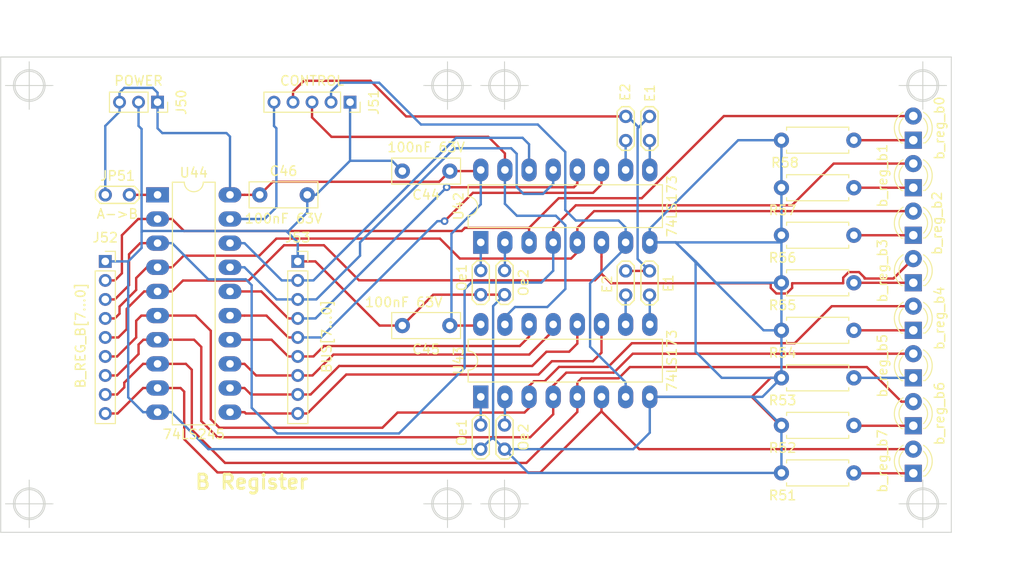
<source format=kicad_pcb>
(kicad_pcb (version 20171130) (host pcbnew 5.1.5+dfsg1-2build2)

  (general
    (thickness 1.6)
    (drawings 24)
    (tracks 415)
    (zones 0)
    (modules 35)
    (nets 40)
  )

  (page A4)
  (title_block
    (title "B register")
    (date 2021-02-21)
    (rev 2)
    (comment 1 "Tec. Henrique Silva")
  )

  (layers
    (0 F.Cu signal)
    (31 B.Cu signal)
    (32 B.Adhes user)
    (33 F.Adhes user)
    (34 B.Paste user)
    (35 F.Paste user)
    (36 B.SilkS user)
    (37 F.SilkS user)
    (38 B.Mask user)
    (39 F.Mask user)
    (40 Dwgs.User user)
    (41 Cmts.User user)
    (42 Eco1.User user)
    (43 Eco2.User user)
    (44 Edge.Cuts user)
    (45 Margin user)
    (46 B.CrtYd user)
    (47 F.CrtYd user)
    (48 B.Fab user)
    (49 F.Fab user)
  )

  (setup
    (last_trace_width 0.25)
    (trace_clearance 0.2)
    (zone_clearance 0.508)
    (zone_45_only no)
    (trace_min 0.2)
    (via_size 0.8)
    (via_drill 0.4)
    (via_min_size 0.4)
    (via_min_drill 0.3)
    (uvia_size 0.3)
    (uvia_drill 0.1)
    (uvias_allowed no)
    (uvia_min_size 0.2)
    (uvia_min_drill 0.1)
    (edge_width 0.1)
    (segment_width 0.2)
    (pcb_text_width 0.3)
    (pcb_text_size 1.5 1.5)
    (mod_edge_width 0.15)
    (mod_text_size 1 1)
    (mod_text_width 0.15)
    (pad_size 1.524 1.524)
    (pad_drill 0.762)
    (pad_to_mask_clearance 0)
    (aux_axis_origin 0 0)
    (visible_elements FFFFFF7F)
    (pcbplotparams
      (layerselection 0x010fc_ffffffff)
      (usegerberextensions false)
      (usegerberattributes false)
      (usegerberadvancedattributes false)
      (creategerberjobfile false)
      (excludeedgelayer true)
      (linewidth 0.100000)
      (plotframeref false)
      (viasonmask false)
      (mode 1)
      (useauxorigin false)
      (hpglpennumber 1)
      (hpglpenspeed 20)
      (hpglpendiameter 15.000000)
      (psnegative false)
      (psa4output false)
      (plotreference true)
      (plotvalue true)
      (plotinvisibletext false)
      (padsonsilk false)
      (subtractmaskfromsilk false)
      (outputformat 1)
      (mirror false)
      (drillshape 1)
      (scaleselection 1)
      (outputdirectory ""))
  )

  (net 0 "")
  (net 1 GND)
  (net 2 +5V)
  (net 3 b_reg_b7)
  (net 4 "Net-(D43-Pad1)")
  (net 5 b_reg_b6)
  (net 6 "Net-(D44-Pad1)")
  (net 7 b_reg_b5)
  (net 8 "Net-(D45-Pad1)")
  (net 9 b_reg_b4)
  (net 10 "Net-(D46-Pad1)")
  (net 11 b_reg_b3)
  (net 12 "Net-(D47-Pad1)")
  (net 13 b_reg_b2)
  (net 14 "Net-(D48-Pad1)")
  (net 15 b_reg_b1)
  (net 16 "Net-(D49-Pad1)")
  (net 17 b_reg_b0)
  (net 18 "Net-(D50-Pad1)")
  (net 19 \BR_OUT)
  (net 20 \BR_IN)
  (net 21 RESET)
  (net 22 CLOCK)
  (net 23 bus7)
  (net 24 bus6)
  (net 25 bus5)
  (net 26 bus4)
  (net 27 bus3)
  (net 28 bus2)
  (net 29 bus1)
  (net 30 bus0)
  (net 31 "Net-(JP43-Pad2)")
  (net 32 "Net-(JP44-Pad2)")
  (net 33 "Net-(JP45-Pad2)")
  (net 34 "Net-(JP46-Pad2)")
  (net 35 "Net-(JP47-Pad2)")
  (net 36 "Net-(JP48-Pad2)")
  (net 37 "Net-(JP49-Pad2)")
  (net 38 "Net-(JP50-Pad2)")
  (net 39 "Net-(JP51-Pad2)")

  (net_class Default "This is the default net class."
    (clearance 0.2)
    (trace_width 0.25)
    (via_dia 0.8)
    (via_drill 0.4)
    (uvia_dia 0.3)
    (uvia_drill 0.1)
    (add_net +5V)
    (add_net CLOCK)
    (add_net GND)
    (add_net "Net-(D43-Pad1)")
    (add_net "Net-(D44-Pad1)")
    (add_net "Net-(D45-Pad1)")
    (add_net "Net-(D46-Pad1)")
    (add_net "Net-(D47-Pad1)")
    (add_net "Net-(D48-Pad1)")
    (add_net "Net-(D49-Pad1)")
    (add_net "Net-(D50-Pad1)")
    (add_net "Net-(JP43-Pad2)")
    (add_net "Net-(JP44-Pad2)")
    (add_net "Net-(JP45-Pad2)")
    (add_net "Net-(JP46-Pad2)")
    (add_net "Net-(JP47-Pad2)")
    (add_net "Net-(JP48-Pad2)")
    (add_net "Net-(JP49-Pad2)")
    (add_net "Net-(JP50-Pad2)")
    (add_net "Net-(JP51-Pad2)")
    (add_net RESET)
    (add_net \BR_IN)
    (add_net \BR_OUT)
    (add_net b_reg_b0)
    (add_net b_reg_b1)
    (add_net b_reg_b2)
    (add_net b_reg_b3)
    (add_net b_reg_b4)
    (add_net b_reg_b5)
    (add_net b_reg_b6)
    (add_net b_reg_b7)
    (add_net bus0)
    (add_net bus1)
    (add_net bus2)
    (add_net bus3)
    (add_net bus4)
    (add_net bus5)
    (add_net bus6)
    (add_net bus7)
  )

  (module Package_DIP:DIP-20_W7.62mm_LongPads (layer F.Cu) (tedit 5A02E8C5) (tstamp 6026A2FA)
    (at 129.5 88.5)
    (descr "20-lead though-hole mounted DIP package, row spacing 7.62 mm (300 mils), LongPads")
    (tags "THT DIP DIL PDIP 2.54mm 7.62mm 300mil LongPads")
    (path /60D152F6)
    (fp_text reference U44 (at 3.81 -2.33) (layer F.SilkS)
      (effects (font (size 1 1) (thickness 0.15)))
    )
    (fp_text value 74LS245 (at 3.81 25.19) (layer F.SilkS)
      (effects (font (size 1 1) (thickness 0.15)))
    )
    (fp_text user %R (at 3.81 11.43) (layer F.Fab)
      (effects (font (size 1 1) (thickness 0.15)))
    )
    (fp_line (start 9.1 -1.55) (end -1.45 -1.55) (layer F.CrtYd) (width 0.05))
    (fp_line (start 9.1 24.4) (end 9.1 -1.55) (layer F.CrtYd) (width 0.05))
    (fp_line (start -1.45 24.4) (end 9.1 24.4) (layer F.CrtYd) (width 0.05))
    (fp_line (start -1.45 -1.55) (end -1.45 24.4) (layer F.CrtYd) (width 0.05))
    (fp_line (start 6.06 -1.33) (end 4.81 -1.33) (layer F.SilkS) (width 0.12))
    (fp_line (start 6.06 24.19) (end 6.06 -1.33) (layer F.SilkS) (width 0.12))
    (fp_line (start 1.56 24.19) (end 6.06 24.19) (layer F.SilkS) (width 0.12))
    (fp_line (start 1.56 -1.33) (end 1.56 24.19) (layer F.SilkS) (width 0.12))
    (fp_line (start 2.81 -1.33) (end 1.56 -1.33) (layer F.SilkS) (width 0.12))
    (fp_line (start 0.635 -0.27) (end 1.635 -1.27) (layer F.Fab) (width 0.1))
    (fp_line (start 0.635 24.13) (end 0.635 -0.27) (layer F.Fab) (width 0.1))
    (fp_line (start 6.985 24.13) (end 0.635 24.13) (layer F.Fab) (width 0.1))
    (fp_line (start 6.985 -1.27) (end 6.985 24.13) (layer F.Fab) (width 0.1))
    (fp_line (start 1.635 -1.27) (end 6.985 -1.27) (layer F.Fab) (width 0.1))
    (fp_arc (start 3.81 -1.33) (end 2.81 -1.33) (angle -180) (layer F.SilkS) (width 0.12))
    (pad 20 thru_hole oval (at 7.62 0) (size 2.4 1.6) (drill 0.8) (layers *.Cu *.Mask)
      (net 2 +5V))
    (pad 10 thru_hole oval (at 0 22.86) (size 2.4 1.6) (drill 0.8) (layers *.Cu *.Mask)
      (net 1 GND))
    (pad 19 thru_hole oval (at 7.62 2.54) (size 2.4 1.6) (drill 0.8) (layers *.Cu *.Mask)
      (net 19 \BR_OUT))
    (pad 9 thru_hole oval (at 0 20.32) (size 2.4 1.6) (drill 0.8) (layers *.Cu *.Mask)
      (net 3 b_reg_b7))
    (pad 18 thru_hole oval (at 7.62 5.08) (size 2.4 1.6) (drill 0.8) (layers *.Cu *.Mask)
      (net 30 bus0))
    (pad 8 thru_hole oval (at 0 17.78) (size 2.4 1.6) (drill 0.8) (layers *.Cu *.Mask)
      (net 5 b_reg_b6))
    (pad 17 thru_hole oval (at 7.62 7.62) (size 2.4 1.6) (drill 0.8) (layers *.Cu *.Mask)
      (net 29 bus1))
    (pad 7 thru_hole oval (at 0 15.24) (size 2.4 1.6) (drill 0.8) (layers *.Cu *.Mask)
      (net 7 b_reg_b5))
    (pad 16 thru_hole oval (at 7.62 10.16) (size 2.4 1.6) (drill 0.8) (layers *.Cu *.Mask)
      (net 28 bus2))
    (pad 6 thru_hole oval (at 0 12.7) (size 2.4 1.6) (drill 0.8) (layers *.Cu *.Mask)
      (net 9 b_reg_b4))
    (pad 15 thru_hole oval (at 7.62 12.7) (size 2.4 1.6) (drill 0.8) (layers *.Cu *.Mask)
      (net 27 bus3))
    (pad 5 thru_hole oval (at 0 10.16) (size 2.4 1.6) (drill 0.8) (layers *.Cu *.Mask)
      (net 11 b_reg_b3))
    (pad 14 thru_hole oval (at 7.62 15.24) (size 2.4 1.6) (drill 0.8) (layers *.Cu *.Mask)
      (net 26 bus4))
    (pad 4 thru_hole oval (at 0 7.62) (size 2.4 1.6) (drill 0.8) (layers *.Cu *.Mask)
      (net 13 b_reg_b2))
    (pad 13 thru_hole oval (at 7.62 17.78) (size 2.4 1.6) (drill 0.8) (layers *.Cu *.Mask)
      (net 25 bus5))
    (pad 3 thru_hole oval (at 0 5.08) (size 2.4 1.6) (drill 0.8) (layers *.Cu *.Mask)
      (net 15 b_reg_b1))
    (pad 12 thru_hole oval (at 7.62 20.32) (size 2.4 1.6) (drill 0.8) (layers *.Cu *.Mask)
      (net 24 bus6))
    (pad 2 thru_hole oval (at 0 2.54) (size 2.4 1.6) (drill 0.8) (layers *.Cu *.Mask)
      (net 17 b_reg_b0))
    (pad 11 thru_hole oval (at 7.62 22.86) (size 2.4 1.6) (drill 0.8) (layers *.Cu *.Mask)
      (net 23 bus7))
    (pad 1 thru_hole rect (at 0 0) (size 2.4 1.6) (drill 0.8) (layers *.Cu *.Mask)
      (net 39 "Net-(JP51-Pad2)"))
    (model ${KISYS3DMOD}/Package_DIP.3dshapes/DIP-20_W7.62mm.wrl
      (at (xyz 0 0 0))
      (scale (xyz 1 1 1))
      (rotate (xyz 0 0 0))
    )
  )

  (module Package_DIP:DIP-16_W7.62mm_LongPads (layer F.Cu) (tedit 5A02E8C5) (tstamp 60269926)
    (at 163.5 109.75 90)
    (descr "16-lead though-hole mounted DIP package, row spacing 7.62 mm (300 mils), LongPads")
    (tags "THT DIP DIL PDIP 2.54mm 7.62mm 300mil LongPads")
    (path /60D0C4C7)
    (fp_text reference U43 (at 3.81 -2.33 90) (layer F.SilkS)
      (effects (font (size 1 1) (thickness 0.15)))
    )
    (fp_text value 74LS173 (at 3.81 20.11 90) (layer F.SilkS)
      (effects (font (size 1 1) (thickness 0.15)))
    )
    (fp_text user %R (at 3.81 8.89 90) (layer F.Fab)
      (effects (font (size 1 1) (thickness 0.15)))
    )
    (fp_line (start 9.1 -1.55) (end -1.45 -1.55) (layer F.CrtYd) (width 0.05))
    (fp_line (start 9.1 19.3) (end 9.1 -1.55) (layer F.CrtYd) (width 0.05))
    (fp_line (start -1.45 19.3) (end 9.1 19.3) (layer F.CrtYd) (width 0.05))
    (fp_line (start -1.45 -1.55) (end -1.45 19.3) (layer F.CrtYd) (width 0.05))
    (fp_line (start 6.06 -1.33) (end 4.81 -1.33) (layer F.SilkS) (width 0.12))
    (fp_line (start 6.06 19.11) (end 6.06 -1.33) (layer F.SilkS) (width 0.12))
    (fp_line (start 1.56 19.11) (end 6.06 19.11) (layer F.SilkS) (width 0.12))
    (fp_line (start 1.56 -1.33) (end 1.56 19.11) (layer F.SilkS) (width 0.12))
    (fp_line (start 2.81 -1.33) (end 1.56 -1.33) (layer F.SilkS) (width 0.12))
    (fp_line (start 0.635 -0.27) (end 1.635 -1.27) (layer F.Fab) (width 0.1))
    (fp_line (start 0.635 19.05) (end 0.635 -0.27) (layer F.Fab) (width 0.1))
    (fp_line (start 6.985 19.05) (end 0.635 19.05) (layer F.Fab) (width 0.1))
    (fp_line (start 6.985 -1.27) (end 6.985 19.05) (layer F.Fab) (width 0.1))
    (fp_line (start 1.635 -1.27) (end 6.985 -1.27) (layer F.Fab) (width 0.1))
    (fp_arc (start 3.81 -1.33) (end 2.81 -1.33) (angle -180) (layer F.SilkS) (width 0.12))
    (pad 16 thru_hole oval (at 7.62 0 90) (size 2.4 1.6) (drill 0.8) (layers *.Cu *.Mask)
      (net 2 +5V))
    (pad 8 thru_hole oval (at 0 17.78 90) (size 2.4 1.6) (drill 0.8) (layers *.Cu *.Mask)
      (net 1 GND))
    (pad 15 thru_hole oval (at 7.62 2.54 90) (size 2.4 1.6) (drill 0.8) (layers *.Cu *.Mask)
      (net 21 RESET))
    (pad 7 thru_hole oval (at 0 15.24 90) (size 2.4 1.6) (drill 0.8) (layers *.Cu *.Mask)
      (net 22 CLOCK))
    (pad 14 thru_hole oval (at 7.62 5.08 90) (size 2.4 1.6) (drill 0.8) (layers *.Cu *.Mask)
      (net 26 bus4))
    (pad 6 thru_hole oval (at 0 12.7 90) (size 2.4 1.6) (drill 0.8) (layers *.Cu *.Mask)
      (net 3 b_reg_b7))
    (pad 13 thru_hole oval (at 7.62 7.62 90) (size 2.4 1.6) (drill 0.8) (layers *.Cu *.Mask)
      (net 25 bus5))
    (pad 5 thru_hole oval (at 0 10.16 90) (size 2.4 1.6) (drill 0.8) (layers *.Cu *.Mask)
      (net 5 b_reg_b6))
    (pad 12 thru_hole oval (at 7.62 10.16 90) (size 2.4 1.6) (drill 0.8) (layers *.Cu *.Mask)
      (net 24 bus6))
    (pad 4 thru_hole oval (at 0 7.62 90) (size 2.4 1.6) (drill 0.8) (layers *.Cu *.Mask)
      (net 7 b_reg_b5))
    (pad 11 thru_hole oval (at 7.62 12.7 90) (size 2.4 1.6) (drill 0.8) (layers *.Cu *.Mask)
      (net 23 bus7))
    (pad 3 thru_hole oval (at 0 5.08 90) (size 2.4 1.6) (drill 0.8) (layers *.Cu *.Mask)
      (net 9 b_reg_b4))
    (pad 10 thru_hole oval (at 7.62 15.24 90) (size 2.4 1.6) (drill 0.8) (layers *.Cu *.Mask)
      (net 36 "Net-(JP48-Pad2)"))
    (pad 2 thru_hole oval (at 0 2.54 90) (size 2.4 1.6) (drill 0.8) (layers *.Cu *.Mask)
      (net 35 "Net-(JP47-Pad2)"))
    (pad 9 thru_hole oval (at 7.62 17.78 90) (size 2.4 1.6) (drill 0.8) (layers *.Cu *.Mask)
      (net 38 "Net-(JP50-Pad2)"))
    (pad 1 thru_hole rect (at 0 0 90) (size 2.4 1.6) (drill 0.8) (layers *.Cu *.Mask)
      (net 37 "Net-(JP49-Pad2)"))
    (model ${KISYS3DMOD}/Package_DIP.3dshapes/DIP-16_W7.62mm.wrl
      (at (xyz 0 0 0))
      (scale (xyz 1 1 1))
      (rotate (xyz 0 0 0))
    )
  )

  (module Package_DIP:DIP-16_W7.62mm_LongPads (layer F.Cu) (tedit 5A02E8C5) (tstamp 60268907)
    (at 163.5 93.5 90)
    (descr "16-lead though-hole mounted DIP package, row spacing 7.62 mm (300 mils), LongPads")
    (tags "THT DIP DIL PDIP 2.54mm 7.62mm 300mil LongPads")
    (path /60D07745)
    (fp_text reference U42 (at 3.81 -2.33 90) (layer F.SilkS)
      (effects (font (size 1 1) (thickness 0.15)))
    )
    (fp_text value 74LS173 (at 3.81 20.11 90) (layer F.SilkS)
      (effects (font (size 1 1) (thickness 0.15)))
    )
    (fp_text user %R (at 3.81 8.89 90) (layer F.Fab)
      (effects (font (size 1 1) (thickness 0.15)))
    )
    (fp_line (start 9.1 -1.55) (end -1.45 -1.55) (layer F.CrtYd) (width 0.05))
    (fp_line (start 9.1 19.3) (end 9.1 -1.55) (layer F.CrtYd) (width 0.05))
    (fp_line (start -1.45 19.3) (end 9.1 19.3) (layer F.CrtYd) (width 0.05))
    (fp_line (start -1.45 -1.55) (end -1.45 19.3) (layer F.CrtYd) (width 0.05))
    (fp_line (start 6.06 -1.33) (end 4.81 -1.33) (layer F.SilkS) (width 0.12))
    (fp_line (start 6.06 19.11) (end 6.06 -1.33) (layer F.SilkS) (width 0.12))
    (fp_line (start 1.56 19.11) (end 6.06 19.11) (layer F.SilkS) (width 0.12))
    (fp_line (start 1.56 -1.33) (end 1.56 19.11) (layer F.SilkS) (width 0.12))
    (fp_line (start 2.81 -1.33) (end 1.56 -1.33) (layer F.SilkS) (width 0.12))
    (fp_line (start 0.635 -0.27) (end 1.635 -1.27) (layer F.Fab) (width 0.1))
    (fp_line (start 0.635 19.05) (end 0.635 -0.27) (layer F.Fab) (width 0.1))
    (fp_line (start 6.985 19.05) (end 0.635 19.05) (layer F.Fab) (width 0.1))
    (fp_line (start 6.985 -1.27) (end 6.985 19.05) (layer F.Fab) (width 0.1))
    (fp_line (start 1.635 -1.27) (end 6.985 -1.27) (layer F.Fab) (width 0.1))
    (fp_arc (start 3.81 -1.33) (end 2.81 -1.33) (angle -180) (layer F.SilkS) (width 0.12))
    (pad 16 thru_hole oval (at 7.62 0 90) (size 2.4 1.6) (drill 0.8) (layers *.Cu *.Mask)
      (net 2 +5V))
    (pad 8 thru_hole oval (at 0 17.78 90) (size 2.4 1.6) (drill 0.8) (layers *.Cu *.Mask)
      (net 1 GND))
    (pad 15 thru_hole oval (at 7.62 2.54 90) (size 2.4 1.6) (drill 0.8) (layers *.Cu *.Mask)
      (net 21 RESET))
    (pad 7 thru_hole oval (at 0 15.24 90) (size 2.4 1.6) (drill 0.8) (layers *.Cu *.Mask)
      (net 22 CLOCK))
    (pad 14 thru_hole oval (at 7.62 5.08 90) (size 2.4 1.6) (drill 0.8) (layers *.Cu *.Mask)
      (net 30 bus0))
    (pad 6 thru_hole oval (at 0 12.7 90) (size 2.4 1.6) (drill 0.8) (layers *.Cu *.Mask)
      (net 11 b_reg_b3))
    (pad 13 thru_hole oval (at 7.62 7.62 90) (size 2.4 1.6) (drill 0.8) (layers *.Cu *.Mask)
      (net 29 bus1))
    (pad 5 thru_hole oval (at 0 10.16 90) (size 2.4 1.6) (drill 0.8) (layers *.Cu *.Mask)
      (net 13 b_reg_b2))
    (pad 12 thru_hole oval (at 7.62 10.16 90) (size 2.4 1.6) (drill 0.8) (layers *.Cu *.Mask)
      (net 28 bus2))
    (pad 4 thru_hole oval (at 0 7.62 90) (size 2.4 1.6) (drill 0.8) (layers *.Cu *.Mask)
      (net 15 b_reg_b1))
    (pad 11 thru_hole oval (at 7.62 12.7 90) (size 2.4 1.6) (drill 0.8) (layers *.Cu *.Mask)
      (net 27 bus3))
    (pad 3 thru_hole oval (at 0 5.08 90) (size 2.4 1.6) (drill 0.8) (layers *.Cu *.Mask)
      (net 17 b_reg_b0))
    (pad 10 thru_hole oval (at 7.62 15.24 90) (size 2.4 1.6) (drill 0.8) (layers *.Cu *.Mask)
      (net 32 "Net-(JP44-Pad2)"))
    (pad 2 thru_hole oval (at 0 2.54 90) (size 2.4 1.6) (drill 0.8) (layers *.Cu *.Mask)
      (net 31 "Net-(JP43-Pad2)"))
    (pad 9 thru_hole oval (at 7.62 17.78 90) (size 2.4 1.6) (drill 0.8) (layers *.Cu *.Mask)
      (net 34 "Net-(JP46-Pad2)"))
    (pad 1 thru_hole rect (at 0 0 90) (size 2.4 1.6) (drill 0.8) (layers *.Cu *.Mask)
      (net 33 "Net-(JP45-Pad2)"))
    (model ${KISYS3DMOD}/Package_DIP.3dshapes/DIP-16_W7.62mm.wrl
      (at (xyz 0 0 0))
      (scale (xyz 1 1 1))
      (rotate (xyz 0 0 0))
    )
  )

  (module Resistor_THT:R_Axial_DIN0207_L6.3mm_D2.5mm_P7.62mm_Horizontal (layer F.Cu) (tedit 5AE5139B) (tstamp 602688E3)
    (at 202.75 82.75 180)
    (descr "Resistor, Axial_DIN0207 series, Axial, Horizontal, pin pitch=7.62mm, 0.25W = 1/4W, length*diameter=6.3*2.5mm^2, http://cdn-reichelt.de/documents/datenblatt/B400/1_4W%23YAG.pdf")
    (tags "Resistor Axial_DIN0207 series Axial Horizontal pin pitch 7.62mm 0.25W = 1/4W length 6.3mm diameter 2.5mm")
    (path /601B657F)
    (fp_text reference R58 (at 7.25 -2.37) (layer F.SilkS)
      (effects (font (size 1 1) (thickness 0.15)))
    )
    (fp_text value 470 (at 3.81 2.37) (layer F.Fab)
      (effects (font (size 1 1) (thickness 0.15)))
    )
    (fp_text user %R (at 3.81 0) (layer F.Fab)
      (effects (font (size 1 1) (thickness 0.15)))
    )
    (fp_line (start 8.67 -1.5) (end -1.05 -1.5) (layer F.CrtYd) (width 0.05))
    (fp_line (start 8.67 1.5) (end 8.67 -1.5) (layer F.CrtYd) (width 0.05))
    (fp_line (start -1.05 1.5) (end 8.67 1.5) (layer F.CrtYd) (width 0.05))
    (fp_line (start -1.05 -1.5) (end -1.05 1.5) (layer F.CrtYd) (width 0.05))
    (fp_line (start 7.08 1.37) (end 7.08 1.04) (layer F.SilkS) (width 0.12))
    (fp_line (start 0.54 1.37) (end 7.08 1.37) (layer F.SilkS) (width 0.12))
    (fp_line (start 0.54 1.04) (end 0.54 1.37) (layer F.SilkS) (width 0.12))
    (fp_line (start 7.08 -1.37) (end 7.08 -1.04) (layer F.SilkS) (width 0.12))
    (fp_line (start 0.54 -1.37) (end 7.08 -1.37) (layer F.SilkS) (width 0.12))
    (fp_line (start 0.54 -1.04) (end 0.54 -1.37) (layer F.SilkS) (width 0.12))
    (fp_line (start 7.62 0) (end 6.96 0) (layer F.Fab) (width 0.1))
    (fp_line (start 0 0) (end 0.66 0) (layer F.Fab) (width 0.1))
    (fp_line (start 6.96 -1.25) (end 0.66 -1.25) (layer F.Fab) (width 0.1))
    (fp_line (start 6.96 1.25) (end 6.96 -1.25) (layer F.Fab) (width 0.1))
    (fp_line (start 0.66 1.25) (end 6.96 1.25) (layer F.Fab) (width 0.1))
    (fp_line (start 0.66 -1.25) (end 0.66 1.25) (layer F.Fab) (width 0.1))
    (pad 2 thru_hole oval (at 7.62 0 180) (size 1.6 1.6) (drill 0.8) (layers *.Cu *.Mask)
      (net 1 GND))
    (pad 1 thru_hole circle (at 0 0 180) (size 1.6 1.6) (drill 0.8) (layers *.Cu *.Mask)
      (net 18 "Net-(D50-Pad1)"))
    (model ${KISYS3DMOD}/Resistor_THT.3dshapes/R_Axial_DIN0207_L6.3mm_D2.5mm_P7.62mm_Horizontal.wrl
      (at (xyz 0 0 0))
      (scale (xyz 1 1 1))
      (rotate (xyz 0 0 0))
    )
  )

  (module Resistor_THT:R_Axial_DIN0207_L6.3mm_D2.5mm_P7.62mm_Horizontal (layer F.Cu) (tedit 5AE5139B) (tstamp 602688CC)
    (at 202.75 87.75 180)
    (descr "Resistor, Axial_DIN0207 series, Axial, Horizontal, pin pitch=7.62mm, 0.25W = 1/4W, length*diameter=6.3*2.5mm^2, http://cdn-reichelt.de/documents/datenblatt/B400/1_4W%23YAG.pdf")
    (tags "Resistor Axial_DIN0207 series Axial Horizontal pin pitch 7.62mm 0.25W = 1/4W length 6.3mm diameter 2.5mm")
    (path /601B6579)
    (fp_text reference R57 (at 7.5 -2.37) (layer F.SilkS)
      (effects (font (size 1 1) (thickness 0.15)))
    )
    (fp_text value 470 (at 3.81 2.37) (layer F.Fab)
      (effects (font (size 1 1) (thickness 0.15)))
    )
    (fp_text user %R (at 3.81 0) (layer F.Fab)
      (effects (font (size 1 1) (thickness 0.15)))
    )
    (fp_line (start 8.67 -1.5) (end -1.05 -1.5) (layer F.CrtYd) (width 0.05))
    (fp_line (start 8.67 1.5) (end 8.67 -1.5) (layer F.CrtYd) (width 0.05))
    (fp_line (start -1.05 1.5) (end 8.67 1.5) (layer F.CrtYd) (width 0.05))
    (fp_line (start -1.05 -1.5) (end -1.05 1.5) (layer F.CrtYd) (width 0.05))
    (fp_line (start 7.08 1.37) (end 7.08 1.04) (layer F.SilkS) (width 0.12))
    (fp_line (start 0.54 1.37) (end 7.08 1.37) (layer F.SilkS) (width 0.12))
    (fp_line (start 0.54 1.04) (end 0.54 1.37) (layer F.SilkS) (width 0.12))
    (fp_line (start 7.08 -1.37) (end 7.08 -1.04) (layer F.SilkS) (width 0.12))
    (fp_line (start 0.54 -1.37) (end 7.08 -1.37) (layer F.SilkS) (width 0.12))
    (fp_line (start 0.54 -1.04) (end 0.54 -1.37) (layer F.SilkS) (width 0.12))
    (fp_line (start 7.62 0) (end 6.96 0) (layer F.Fab) (width 0.1))
    (fp_line (start 0 0) (end 0.66 0) (layer F.Fab) (width 0.1))
    (fp_line (start 6.96 -1.25) (end 0.66 -1.25) (layer F.Fab) (width 0.1))
    (fp_line (start 6.96 1.25) (end 6.96 -1.25) (layer F.Fab) (width 0.1))
    (fp_line (start 0.66 1.25) (end 6.96 1.25) (layer F.Fab) (width 0.1))
    (fp_line (start 0.66 -1.25) (end 0.66 1.25) (layer F.Fab) (width 0.1))
    (pad 2 thru_hole oval (at 7.62 0 180) (size 1.6 1.6) (drill 0.8) (layers *.Cu *.Mask)
      (net 1 GND))
    (pad 1 thru_hole circle (at 0 0 180) (size 1.6 1.6) (drill 0.8) (layers *.Cu *.Mask)
      (net 16 "Net-(D49-Pad1)"))
    (model ${KISYS3DMOD}/Resistor_THT.3dshapes/R_Axial_DIN0207_L6.3mm_D2.5mm_P7.62mm_Horizontal.wrl
      (at (xyz 0 0 0))
      (scale (xyz 1 1 1))
      (rotate (xyz 0 0 0))
    )
  )

  (module Resistor_THT:R_Axial_DIN0207_L6.3mm_D2.5mm_P7.62mm_Horizontal (layer F.Cu) (tedit 5AE5139B) (tstamp 602688B5)
    (at 202.75 92.75 180)
    (descr "Resistor, Axial_DIN0207 series, Axial, Horizontal, pin pitch=7.62mm, 0.25W = 1/4W, length*diameter=6.3*2.5mm^2, http://cdn-reichelt.de/documents/datenblatt/B400/1_4W%23YAG.pdf")
    (tags "Resistor Axial_DIN0207 series Axial Horizontal pin pitch 7.62mm 0.25W = 1/4W length 6.3mm diameter 2.5mm")
    (path /601B6573)
    (fp_text reference R56 (at 7.5 -2.37) (layer F.SilkS)
      (effects (font (size 1 1) (thickness 0.15)))
    )
    (fp_text value 470 (at 3.81 2.37) (layer F.Fab)
      (effects (font (size 1 1) (thickness 0.15)))
    )
    (fp_text user %R (at 3.81 0) (layer F.Fab)
      (effects (font (size 1 1) (thickness 0.15)))
    )
    (fp_line (start 8.67 -1.5) (end -1.05 -1.5) (layer F.CrtYd) (width 0.05))
    (fp_line (start 8.67 1.5) (end 8.67 -1.5) (layer F.CrtYd) (width 0.05))
    (fp_line (start -1.05 1.5) (end 8.67 1.5) (layer F.CrtYd) (width 0.05))
    (fp_line (start -1.05 -1.5) (end -1.05 1.5) (layer F.CrtYd) (width 0.05))
    (fp_line (start 7.08 1.37) (end 7.08 1.04) (layer F.SilkS) (width 0.12))
    (fp_line (start 0.54 1.37) (end 7.08 1.37) (layer F.SilkS) (width 0.12))
    (fp_line (start 0.54 1.04) (end 0.54 1.37) (layer F.SilkS) (width 0.12))
    (fp_line (start 7.08 -1.37) (end 7.08 -1.04) (layer F.SilkS) (width 0.12))
    (fp_line (start 0.54 -1.37) (end 7.08 -1.37) (layer F.SilkS) (width 0.12))
    (fp_line (start 0.54 -1.04) (end 0.54 -1.37) (layer F.SilkS) (width 0.12))
    (fp_line (start 7.62 0) (end 6.96 0) (layer F.Fab) (width 0.1))
    (fp_line (start 0 0) (end 0.66 0) (layer F.Fab) (width 0.1))
    (fp_line (start 6.96 -1.25) (end 0.66 -1.25) (layer F.Fab) (width 0.1))
    (fp_line (start 6.96 1.25) (end 6.96 -1.25) (layer F.Fab) (width 0.1))
    (fp_line (start 0.66 1.25) (end 6.96 1.25) (layer F.Fab) (width 0.1))
    (fp_line (start 0.66 -1.25) (end 0.66 1.25) (layer F.Fab) (width 0.1))
    (pad 2 thru_hole oval (at 7.62 0 180) (size 1.6 1.6) (drill 0.8) (layers *.Cu *.Mask)
      (net 1 GND))
    (pad 1 thru_hole circle (at 0 0 180) (size 1.6 1.6) (drill 0.8) (layers *.Cu *.Mask)
      (net 14 "Net-(D48-Pad1)"))
    (model ${KISYS3DMOD}/Resistor_THT.3dshapes/R_Axial_DIN0207_L6.3mm_D2.5mm_P7.62mm_Horizontal.wrl
      (at (xyz 0 0 0))
      (scale (xyz 1 1 1))
      (rotate (xyz 0 0 0))
    )
  )

  (module Resistor_THT:R_Axial_DIN0207_L6.3mm_D2.5mm_P7.62mm_Horizontal (layer F.Cu) (tedit 5AE5139B) (tstamp 6026889E)
    (at 202.75 97.75 180)
    (descr "Resistor, Axial_DIN0207 series, Axial, Horizontal, pin pitch=7.62mm, 0.25W = 1/4W, length*diameter=6.3*2.5mm^2, http://cdn-reichelt.de/documents/datenblatt/B400/1_4W%23YAG.pdf")
    (tags "Resistor Axial_DIN0207 series Axial Horizontal pin pitch 7.62mm 0.25W = 1/4W length 6.3mm diameter 2.5mm")
    (path /601B656D)
    (fp_text reference R55 (at 7.5 -2.37) (layer F.SilkS)
      (effects (font (size 1 1) (thickness 0.15)))
    )
    (fp_text value 470 (at 3.81 2.37) (layer F.Fab)
      (effects (font (size 1 1) (thickness 0.15)))
    )
    (fp_text user %R (at 3.81 0) (layer F.Fab)
      (effects (font (size 1 1) (thickness 0.15)))
    )
    (fp_line (start 8.67 -1.5) (end -1.05 -1.5) (layer F.CrtYd) (width 0.05))
    (fp_line (start 8.67 1.5) (end 8.67 -1.5) (layer F.CrtYd) (width 0.05))
    (fp_line (start -1.05 1.5) (end 8.67 1.5) (layer F.CrtYd) (width 0.05))
    (fp_line (start -1.05 -1.5) (end -1.05 1.5) (layer F.CrtYd) (width 0.05))
    (fp_line (start 7.08 1.37) (end 7.08 1.04) (layer F.SilkS) (width 0.12))
    (fp_line (start 0.54 1.37) (end 7.08 1.37) (layer F.SilkS) (width 0.12))
    (fp_line (start 0.54 1.04) (end 0.54 1.37) (layer F.SilkS) (width 0.12))
    (fp_line (start 7.08 -1.37) (end 7.08 -1.04) (layer F.SilkS) (width 0.12))
    (fp_line (start 0.54 -1.37) (end 7.08 -1.37) (layer F.SilkS) (width 0.12))
    (fp_line (start 0.54 -1.04) (end 0.54 -1.37) (layer F.SilkS) (width 0.12))
    (fp_line (start 7.62 0) (end 6.96 0) (layer F.Fab) (width 0.1))
    (fp_line (start 0 0) (end 0.66 0) (layer F.Fab) (width 0.1))
    (fp_line (start 6.96 -1.25) (end 0.66 -1.25) (layer F.Fab) (width 0.1))
    (fp_line (start 6.96 1.25) (end 6.96 -1.25) (layer F.Fab) (width 0.1))
    (fp_line (start 0.66 1.25) (end 6.96 1.25) (layer F.Fab) (width 0.1))
    (fp_line (start 0.66 -1.25) (end 0.66 1.25) (layer F.Fab) (width 0.1))
    (pad 2 thru_hole oval (at 7.62 0 180) (size 1.6 1.6) (drill 0.8) (layers *.Cu *.Mask)
      (net 1 GND))
    (pad 1 thru_hole circle (at 0 0 180) (size 1.6 1.6) (drill 0.8) (layers *.Cu *.Mask)
      (net 12 "Net-(D47-Pad1)"))
    (model ${KISYS3DMOD}/Resistor_THT.3dshapes/R_Axial_DIN0207_L6.3mm_D2.5mm_P7.62mm_Horizontal.wrl
      (at (xyz 0 0 0))
      (scale (xyz 1 1 1))
      (rotate (xyz 0 0 0))
    )
  )

  (module Resistor_THT:R_Axial_DIN0207_L6.3mm_D2.5mm_P7.62mm_Horizontal (layer F.Cu) (tedit 5AE5139B) (tstamp 60268887)
    (at 202.75 102.75 180)
    (descr "Resistor, Axial_DIN0207 series, Axial, Horizontal, pin pitch=7.62mm, 0.25W = 1/4W, length*diameter=6.3*2.5mm^2, http://cdn-reichelt.de/documents/datenblatt/B400/1_4W%23YAG.pdf")
    (tags "Resistor Axial_DIN0207 series Axial Horizontal pin pitch 7.62mm 0.25W = 1/4W length 6.3mm diameter 2.5mm")
    (path /601B0DE8)
    (fp_text reference R54 (at 7.5 -2.37) (layer F.SilkS)
      (effects (font (size 1 1) (thickness 0.15)))
    )
    (fp_text value 470 (at 3.81 2.37) (layer F.Fab)
      (effects (font (size 1 1) (thickness 0.15)))
    )
    (fp_text user %R (at 3.81 0) (layer F.Fab)
      (effects (font (size 1 1) (thickness 0.15)))
    )
    (fp_line (start 8.67 -1.5) (end -1.05 -1.5) (layer F.CrtYd) (width 0.05))
    (fp_line (start 8.67 1.5) (end 8.67 -1.5) (layer F.CrtYd) (width 0.05))
    (fp_line (start -1.05 1.5) (end 8.67 1.5) (layer F.CrtYd) (width 0.05))
    (fp_line (start -1.05 -1.5) (end -1.05 1.5) (layer F.CrtYd) (width 0.05))
    (fp_line (start 7.08 1.37) (end 7.08 1.04) (layer F.SilkS) (width 0.12))
    (fp_line (start 0.54 1.37) (end 7.08 1.37) (layer F.SilkS) (width 0.12))
    (fp_line (start 0.54 1.04) (end 0.54 1.37) (layer F.SilkS) (width 0.12))
    (fp_line (start 7.08 -1.37) (end 7.08 -1.04) (layer F.SilkS) (width 0.12))
    (fp_line (start 0.54 -1.37) (end 7.08 -1.37) (layer F.SilkS) (width 0.12))
    (fp_line (start 0.54 -1.04) (end 0.54 -1.37) (layer F.SilkS) (width 0.12))
    (fp_line (start 7.62 0) (end 6.96 0) (layer F.Fab) (width 0.1))
    (fp_line (start 0 0) (end 0.66 0) (layer F.Fab) (width 0.1))
    (fp_line (start 6.96 -1.25) (end 0.66 -1.25) (layer F.Fab) (width 0.1))
    (fp_line (start 6.96 1.25) (end 6.96 -1.25) (layer F.Fab) (width 0.1))
    (fp_line (start 0.66 1.25) (end 6.96 1.25) (layer F.Fab) (width 0.1))
    (fp_line (start 0.66 -1.25) (end 0.66 1.25) (layer F.Fab) (width 0.1))
    (pad 2 thru_hole oval (at 7.62 0 180) (size 1.6 1.6) (drill 0.8) (layers *.Cu *.Mask)
      (net 1 GND))
    (pad 1 thru_hole circle (at 0 0 180) (size 1.6 1.6) (drill 0.8) (layers *.Cu *.Mask)
      (net 10 "Net-(D46-Pad1)"))
    (model ${KISYS3DMOD}/Resistor_THT.3dshapes/R_Axial_DIN0207_L6.3mm_D2.5mm_P7.62mm_Horizontal.wrl
      (at (xyz 0 0 0))
      (scale (xyz 1 1 1))
      (rotate (xyz 0 0 0))
    )
  )

  (module Resistor_THT:R_Axial_DIN0207_L6.3mm_D2.5mm_P7.62mm_Horizontal (layer F.Cu) (tedit 5AE5139B) (tstamp 60268870)
    (at 202.75 107.75 180)
    (descr "Resistor, Axial_DIN0207 series, Axial, Horizontal, pin pitch=7.62mm, 0.25W = 1/4W, length*diameter=6.3*2.5mm^2, http://cdn-reichelt.de/documents/datenblatt/B400/1_4W%23YAG.pdf")
    (tags "Resistor Axial_DIN0207 series Axial Horizontal pin pitch 7.62mm 0.25W = 1/4W length 6.3mm diameter 2.5mm")
    (path /601B0DE2)
    (fp_text reference R53 (at 7.5 -2.37) (layer F.SilkS)
      (effects (font (size 1 1) (thickness 0.15)))
    )
    (fp_text value 470 (at 3.81 2.37) (layer F.Fab)
      (effects (font (size 1 1) (thickness 0.15)))
    )
    (fp_text user %R (at 3.81 0) (layer F.Fab)
      (effects (font (size 1 1) (thickness 0.15)))
    )
    (fp_line (start 8.67 -1.5) (end -1.05 -1.5) (layer F.CrtYd) (width 0.05))
    (fp_line (start 8.67 1.5) (end 8.67 -1.5) (layer F.CrtYd) (width 0.05))
    (fp_line (start -1.05 1.5) (end 8.67 1.5) (layer F.CrtYd) (width 0.05))
    (fp_line (start -1.05 -1.5) (end -1.05 1.5) (layer F.CrtYd) (width 0.05))
    (fp_line (start 7.08 1.37) (end 7.08 1.04) (layer F.SilkS) (width 0.12))
    (fp_line (start 0.54 1.37) (end 7.08 1.37) (layer F.SilkS) (width 0.12))
    (fp_line (start 0.54 1.04) (end 0.54 1.37) (layer F.SilkS) (width 0.12))
    (fp_line (start 7.08 -1.37) (end 7.08 -1.04) (layer F.SilkS) (width 0.12))
    (fp_line (start 0.54 -1.37) (end 7.08 -1.37) (layer F.SilkS) (width 0.12))
    (fp_line (start 0.54 -1.04) (end 0.54 -1.37) (layer F.SilkS) (width 0.12))
    (fp_line (start 7.62 0) (end 6.96 0) (layer F.Fab) (width 0.1))
    (fp_line (start 0 0) (end 0.66 0) (layer F.Fab) (width 0.1))
    (fp_line (start 6.96 -1.25) (end 0.66 -1.25) (layer F.Fab) (width 0.1))
    (fp_line (start 6.96 1.25) (end 6.96 -1.25) (layer F.Fab) (width 0.1))
    (fp_line (start 0.66 1.25) (end 6.96 1.25) (layer F.Fab) (width 0.1))
    (fp_line (start 0.66 -1.25) (end 0.66 1.25) (layer F.Fab) (width 0.1))
    (pad 2 thru_hole oval (at 7.62 0 180) (size 1.6 1.6) (drill 0.8) (layers *.Cu *.Mask)
      (net 1 GND))
    (pad 1 thru_hole circle (at 0 0 180) (size 1.6 1.6) (drill 0.8) (layers *.Cu *.Mask)
      (net 8 "Net-(D45-Pad1)"))
    (model ${KISYS3DMOD}/Resistor_THT.3dshapes/R_Axial_DIN0207_L6.3mm_D2.5mm_P7.62mm_Horizontal.wrl
      (at (xyz 0 0 0))
      (scale (xyz 1 1 1))
      (rotate (xyz 0 0 0))
    )
  )

  (module Resistor_THT:R_Axial_DIN0207_L6.3mm_D2.5mm_P7.62mm_Horizontal (layer F.Cu) (tedit 5AE5139B) (tstamp 60268859)
    (at 202.75 112.75 180)
    (descr "Resistor, Axial_DIN0207 series, Axial, Horizontal, pin pitch=7.62mm, 0.25W = 1/4W, length*diameter=6.3*2.5mm^2, http://cdn-reichelt.de/documents/datenblatt/B400/1_4W%23YAG.pdf")
    (tags "Resistor Axial_DIN0207 series Axial Horizontal pin pitch 7.62mm 0.25W = 1/4W length 6.3mm diameter 2.5mm")
    (path /601AB95B)
    (fp_text reference R52 (at 7.5 -2.37) (layer F.SilkS)
      (effects (font (size 1 1) (thickness 0.15)))
    )
    (fp_text value 470 (at 3.81 2.37) (layer F.Fab)
      (effects (font (size 1 1) (thickness 0.15)))
    )
    (fp_text user %R (at 3.81 0) (layer F.Fab)
      (effects (font (size 1 1) (thickness 0.15)))
    )
    (fp_line (start 8.67 -1.5) (end -1.05 -1.5) (layer F.CrtYd) (width 0.05))
    (fp_line (start 8.67 1.5) (end 8.67 -1.5) (layer F.CrtYd) (width 0.05))
    (fp_line (start -1.05 1.5) (end 8.67 1.5) (layer F.CrtYd) (width 0.05))
    (fp_line (start -1.05 -1.5) (end -1.05 1.5) (layer F.CrtYd) (width 0.05))
    (fp_line (start 7.08 1.37) (end 7.08 1.04) (layer F.SilkS) (width 0.12))
    (fp_line (start 0.54 1.37) (end 7.08 1.37) (layer F.SilkS) (width 0.12))
    (fp_line (start 0.54 1.04) (end 0.54 1.37) (layer F.SilkS) (width 0.12))
    (fp_line (start 7.08 -1.37) (end 7.08 -1.04) (layer F.SilkS) (width 0.12))
    (fp_line (start 0.54 -1.37) (end 7.08 -1.37) (layer F.SilkS) (width 0.12))
    (fp_line (start 0.54 -1.04) (end 0.54 -1.37) (layer F.SilkS) (width 0.12))
    (fp_line (start 7.62 0) (end 6.96 0) (layer F.Fab) (width 0.1))
    (fp_line (start 0 0) (end 0.66 0) (layer F.Fab) (width 0.1))
    (fp_line (start 6.96 -1.25) (end 0.66 -1.25) (layer F.Fab) (width 0.1))
    (fp_line (start 6.96 1.25) (end 6.96 -1.25) (layer F.Fab) (width 0.1))
    (fp_line (start 0.66 1.25) (end 6.96 1.25) (layer F.Fab) (width 0.1))
    (fp_line (start 0.66 -1.25) (end 0.66 1.25) (layer F.Fab) (width 0.1))
    (pad 2 thru_hole oval (at 7.62 0 180) (size 1.6 1.6) (drill 0.8) (layers *.Cu *.Mask)
      (net 1 GND))
    (pad 1 thru_hole circle (at 0 0 180) (size 1.6 1.6) (drill 0.8) (layers *.Cu *.Mask)
      (net 6 "Net-(D44-Pad1)"))
    (model ${KISYS3DMOD}/Resistor_THT.3dshapes/R_Axial_DIN0207_L6.3mm_D2.5mm_P7.62mm_Horizontal.wrl
      (at (xyz 0 0 0))
      (scale (xyz 1 1 1))
      (rotate (xyz 0 0 0))
    )
  )

  (module Resistor_THT:R_Axial_DIN0207_L6.3mm_D2.5mm_P7.62mm_Horizontal (layer F.Cu) (tedit 5AE5139B) (tstamp 60268842)
    (at 202.75 117.75 180)
    (descr "Resistor, Axial_DIN0207 series, Axial, Horizontal, pin pitch=7.62mm, 0.25W = 1/4W, length*diameter=6.3*2.5mm^2, http://cdn-reichelt.de/documents/datenblatt/B400/1_4W%23YAG.pdf")
    (tags "Resistor Axial_DIN0207 series Axial Horizontal pin pitch 7.62mm 0.25W = 1/4W length 6.3mm diameter 2.5mm")
    (path /601E44F5)
    (fp_text reference R51 (at 7.5 -2.37) (layer F.SilkS)
      (effects (font (size 1 1) (thickness 0.15)))
    )
    (fp_text value 470 (at 3.81 2.37) (layer F.Fab)
      (effects (font (size 1 1) (thickness 0.15)))
    )
    (fp_text user %R (at 3.81 0) (layer F.Fab)
      (effects (font (size 1 1) (thickness 0.15)))
    )
    (fp_line (start 8.67 -1.5) (end -1.05 -1.5) (layer F.CrtYd) (width 0.05))
    (fp_line (start 8.67 1.5) (end 8.67 -1.5) (layer F.CrtYd) (width 0.05))
    (fp_line (start -1.05 1.5) (end 8.67 1.5) (layer F.CrtYd) (width 0.05))
    (fp_line (start -1.05 -1.5) (end -1.05 1.5) (layer F.CrtYd) (width 0.05))
    (fp_line (start 7.08 1.37) (end 7.08 1.04) (layer F.SilkS) (width 0.12))
    (fp_line (start 0.54 1.37) (end 7.08 1.37) (layer F.SilkS) (width 0.12))
    (fp_line (start 0.54 1.04) (end 0.54 1.37) (layer F.SilkS) (width 0.12))
    (fp_line (start 7.08 -1.37) (end 7.08 -1.04) (layer F.SilkS) (width 0.12))
    (fp_line (start 0.54 -1.37) (end 7.08 -1.37) (layer F.SilkS) (width 0.12))
    (fp_line (start 0.54 -1.04) (end 0.54 -1.37) (layer F.SilkS) (width 0.12))
    (fp_line (start 7.62 0) (end 6.96 0) (layer F.Fab) (width 0.1))
    (fp_line (start 0 0) (end 0.66 0) (layer F.Fab) (width 0.1))
    (fp_line (start 6.96 -1.25) (end 0.66 -1.25) (layer F.Fab) (width 0.1))
    (fp_line (start 6.96 1.25) (end 6.96 -1.25) (layer F.Fab) (width 0.1))
    (fp_line (start 0.66 1.25) (end 6.96 1.25) (layer F.Fab) (width 0.1))
    (fp_line (start 0.66 -1.25) (end 0.66 1.25) (layer F.Fab) (width 0.1))
    (pad 2 thru_hole oval (at 7.62 0 180) (size 1.6 1.6) (drill 0.8) (layers *.Cu *.Mask)
      (net 1 GND))
    (pad 1 thru_hole circle (at 0 0 180) (size 1.6 1.6) (drill 0.8) (layers *.Cu *.Mask)
      (net 4 "Net-(D43-Pad1)"))
    (model ${KISYS3DMOD}/Resistor_THT.3dshapes/R_Axial_DIN0207_L6.3mm_D2.5mm_P7.62mm_Horizontal.wrl
      (at (xyz 0 0 0))
      (scale (xyz 1 1 1))
      (rotate (xyz 0 0 0))
    )
  )

  (module TestPoint:TestPoint_2Pads_Pitch2.54mm_Drill0.8mm (layer F.Cu) (tedit 5A0F774F) (tstamp 6026882B)
    (at 124 88.5)
    (descr "Test point with 2 pins, pitch 2.54mm, drill diameter 0.8mm")
    (tags "CONN DEV")
    (path /6015B88D)
    (attr virtual)
    (fp_text reference JP51 (at 1.3 -2) (layer F.SilkS)
      (effects (font (size 1 1) (thickness 0.15)))
    )
    (fp_text value A->B (at 1.27 2) (layer F.SilkS)
      (effects (font (size 1 1) (thickness 0.15)))
    )
    (fp_line (start -1.03 -0.4) (end -0.53 -0.9) (layer F.SilkS) (width 0.15))
    (fp_line (start -1.03 0.4) (end -1.03 -0.4) (layer F.SilkS) (width 0.15))
    (fp_line (start -0.53 0.9) (end -1.03 0.4) (layer F.SilkS) (width 0.15))
    (fp_line (start 3.07 0.9) (end -0.53 0.9) (layer F.SilkS) (width 0.15))
    (fp_line (start 3.57 0.4) (end 3.07 0.9) (layer F.SilkS) (width 0.15))
    (fp_line (start 3.57 -0.4) (end 3.57 0.4) (layer F.SilkS) (width 0.15))
    (fp_line (start 3.07 -0.9) (end 3.57 -0.4) (layer F.SilkS) (width 0.15))
    (fp_line (start -0.53 -0.9) (end 3.07 -0.9) (layer F.SilkS) (width 0.15))
    (fp_line (start -1.3 0.5) (end -0.65 1.15) (layer F.CrtYd) (width 0.05))
    (fp_line (start -1.3 -0.5) (end -1.3 0.5) (layer F.CrtYd) (width 0.05))
    (fp_line (start -0.65 -1.15) (end -1.3 -0.5) (layer F.CrtYd) (width 0.05))
    (fp_line (start 3.15 -1.15) (end -0.65 -1.15) (layer F.CrtYd) (width 0.05))
    (fp_line (start 3.8 -0.5) (end 3.15 -1.15) (layer F.CrtYd) (width 0.05))
    (fp_line (start 3.8 0.5) (end 3.8 -0.5) (layer F.CrtYd) (width 0.05))
    (fp_line (start 3.15 1.15) (end 3.8 0.5) (layer F.CrtYd) (width 0.05))
    (fp_line (start -0.65 1.15) (end 3.15 1.15) (layer F.CrtYd) (width 0.05))
    (fp_text user %R (at 1.3 -2) (layer F.Fab)
      (effects (font (size 1 1) (thickness 0.15)))
    )
    (pad 2 thru_hole circle (at 2.54 0) (size 1.4 1.4) (drill 0.8) (layers *.Cu *.Mask)
      (net 39 "Net-(JP51-Pad2)"))
    (pad 1 thru_hole circle (at 0 0) (size 1.4 1.4) (drill 0.8) (layers *.Cu *.Mask)
      (net 2 +5V))
  )

  (module TestPoint:TestPoint_2Pads_Pitch2.54mm_Drill0.8mm (layer F.Cu) (tedit 5A0F774F) (tstamp 6026CB56)
    (at 181.25 96.5 270)
    (descr "Test point with 2 pins, pitch 2.54mm, drill diameter 0.8mm")
    (tags "CONN DEV")
    (path /6503DBEC)
    (attr virtual)
    (fp_text reference JP50 (at 1.3 -3.75 90) (layer F.Fab)
      (effects (font (size 1 1) (thickness 0.15)))
    )
    (fp_text value E1 (at 1.3 -2 90) (layer F.SilkS)
      (effects (font (size 1 1) (thickness 0.15)))
    )
    (fp_line (start -1.03 -0.4) (end -0.53 -0.9) (layer F.SilkS) (width 0.15))
    (fp_line (start -1.03 0.4) (end -1.03 -0.4) (layer F.SilkS) (width 0.15))
    (fp_line (start -0.53 0.9) (end -1.03 0.4) (layer F.SilkS) (width 0.15))
    (fp_line (start 3.07 0.9) (end -0.53 0.9) (layer F.SilkS) (width 0.15))
    (fp_line (start 3.57 0.4) (end 3.07 0.9) (layer F.SilkS) (width 0.15))
    (fp_line (start 3.57 -0.4) (end 3.57 0.4) (layer F.SilkS) (width 0.15))
    (fp_line (start 3.07 -0.9) (end 3.57 -0.4) (layer F.SilkS) (width 0.15))
    (fp_line (start -0.53 -0.9) (end 3.07 -0.9) (layer F.SilkS) (width 0.15))
    (fp_line (start -1.3 0.5) (end -0.65 1.15) (layer F.CrtYd) (width 0.05))
    (fp_line (start -1.3 -0.5) (end -1.3 0.5) (layer F.CrtYd) (width 0.05))
    (fp_line (start -0.65 -1.15) (end -1.3 -0.5) (layer F.CrtYd) (width 0.05))
    (fp_line (start 3.15 -1.15) (end -0.65 -1.15) (layer F.CrtYd) (width 0.05))
    (fp_line (start 3.8 -0.5) (end 3.15 -1.15) (layer F.CrtYd) (width 0.05))
    (fp_line (start 3.8 0.5) (end 3.8 -0.5) (layer F.CrtYd) (width 0.05))
    (fp_line (start 3.15 1.15) (end 3.8 0.5) (layer F.CrtYd) (width 0.05))
    (fp_line (start -0.65 1.15) (end 3.15 1.15) (layer F.CrtYd) (width 0.05))
    (fp_text user %R (at 1.3 -3.75 90) (layer F.Fab)
      (effects (font (size 1 1) (thickness 0.15)))
    )
    (pad 2 thru_hole circle (at 2.54 0 270) (size 1.4 1.4) (drill 0.8) (layers *.Cu *.Mask)
      (net 38 "Net-(JP50-Pad2)"))
    (pad 1 thru_hole circle (at 0 0 270) (size 1.4 1.4) (drill 0.8) (layers *.Cu *.Mask)
      (net 20 \BR_IN))
  )

  (module TestPoint:TestPoint_2Pads_Pitch2.54mm_Drill0.8mm (layer F.Cu) (tedit 5A0F774F) (tstamp 602687FD)
    (at 163.5 115.25 90)
    (descr "Test point with 2 pins, pitch 2.54mm, drill diameter 0.8mm")
    (tags "CONN DEV")
    (path /6503DBDE)
    (attr virtual)
    (fp_text reference JP49 (at 1.25 -3.75 90) (layer F.Fab)
      (effects (font (size 1 1) (thickness 0.15)))
    )
    (fp_text value Oe1 (at 1.75 -2 90) (layer F.SilkS)
      (effects (font (size 1 1) (thickness 0.15)))
    )
    (fp_line (start -1.03 -0.4) (end -0.53 -0.9) (layer F.SilkS) (width 0.15))
    (fp_line (start -1.03 0.4) (end -1.03 -0.4) (layer F.SilkS) (width 0.15))
    (fp_line (start -0.53 0.9) (end -1.03 0.4) (layer F.SilkS) (width 0.15))
    (fp_line (start 3.07 0.9) (end -0.53 0.9) (layer F.SilkS) (width 0.15))
    (fp_line (start 3.57 0.4) (end 3.07 0.9) (layer F.SilkS) (width 0.15))
    (fp_line (start 3.57 -0.4) (end 3.57 0.4) (layer F.SilkS) (width 0.15))
    (fp_line (start 3.07 -0.9) (end 3.57 -0.4) (layer F.SilkS) (width 0.15))
    (fp_line (start -0.53 -0.9) (end 3.07 -0.9) (layer F.SilkS) (width 0.15))
    (fp_line (start -1.3 0.5) (end -0.65 1.15) (layer F.CrtYd) (width 0.05))
    (fp_line (start -1.3 -0.5) (end -1.3 0.5) (layer F.CrtYd) (width 0.05))
    (fp_line (start -0.65 -1.15) (end -1.3 -0.5) (layer F.CrtYd) (width 0.05))
    (fp_line (start 3.15 -1.15) (end -0.65 -1.15) (layer F.CrtYd) (width 0.05))
    (fp_line (start 3.8 -0.5) (end 3.15 -1.15) (layer F.CrtYd) (width 0.05))
    (fp_line (start 3.8 0.5) (end 3.8 -0.5) (layer F.CrtYd) (width 0.05))
    (fp_line (start 3.15 1.15) (end 3.8 0.5) (layer F.CrtYd) (width 0.05))
    (fp_line (start -0.65 1.15) (end 3.15 1.15) (layer F.CrtYd) (width 0.05))
    (fp_text user %R (at 1.25 -3.75 90) (layer F.Fab)
      (effects (font (size 1 1) (thickness 0.15)))
    )
    (pad 2 thru_hole circle (at 2.54 0 90) (size 1.4 1.4) (drill 0.8) (layers *.Cu *.Mask)
      (net 37 "Net-(JP49-Pad2)"))
    (pad 1 thru_hole circle (at 0 0 90) (size 1.4 1.4) (drill 0.8) (layers *.Cu *.Mask)
      (net 1 GND))
  )

  (module TestPoint:TestPoint_2Pads_Pitch2.54mm_Drill0.8mm (layer F.Cu) (tedit 5A0F774F) (tstamp 602687E6)
    (at 178.75 96.5 270)
    (descr "Test point with 2 pins, pitch 2.54mm, drill diameter 0.8mm")
    (tags "CONN DEV")
    (path /6503DBF2)
    (attr virtual)
    (fp_text reference JP48 (at 1.4 3.45 90) (layer F.Fab)
      (effects (font (size 1 1) (thickness 0.15)))
    )
    (fp_text value E2 (at 1.4 1.95 90) (layer F.SilkS)
      (effects (font (size 1 1) (thickness 0.15)))
    )
    (fp_line (start -1.03 -0.4) (end -0.53 -0.9) (layer F.SilkS) (width 0.15))
    (fp_line (start -1.03 0.4) (end -1.03 -0.4) (layer F.SilkS) (width 0.15))
    (fp_line (start -0.53 0.9) (end -1.03 0.4) (layer F.SilkS) (width 0.15))
    (fp_line (start 3.07 0.9) (end -0.53 0.9) (layer F.SilkS) (width 0.15))
    (fp_line (start 3.57 0.4) (end 3.07 0.9) (layer F.SilkS) (width 0.15))
    (fp_line (start 3.57 -0.4) (end 3.57 0.4) (layer F.SilkS) (width 0.15))
    (fp_line (start 3.07 -0.9) (end 3.57 -0.4) (layer F.SilkS) (width 0.15))
    (fp_line (start -0.53 -0.9) (end 3.07 -0.9) (layer F.SilkS) (width 0.15))
    (fp_line (start -1.3 0.5) (end -0.65 1.15) (layer F.CrtYd) (width 0.05))
    (fp_line (start -1.3 -0.5) (end -1.3 0.5) (layer F.CrtYd) (width 0.05))
    (fp_line (start -0.65 -1.15) (end -1.3 -0.5) (layer F.CrtYd) (width 0.05))
    (fp_line (start 3.15 -1.15) (end -0.65 -1.15) (layer F.CrtYd) (width 0.05))
    (fp_line (start 3.8 -0.5) (end 3.15 -1.15) (layer F.CrtYd) (width 0.05))
    (fp_line (start 3.8 0.5) (end 3.8 -0.5) (layer F.CrtYd) (width 0.05))
    (fp_line (start 3.15 1.15) (end 3.8 0.5) (layer F.CrtYd) (width 0.05))
    (fp_line (start -0.65 1.15) (end 3.15 1.15) (layer F.CrtYd) (width 0.05))
    (fp_text user %R (at 1.4 3.45 90) (layer F.Fab)
      (effects (font (size 1 1) (thickness 0.15)))
    )
    (pad 2 thru_hole circle (at 2.54 0 270) (size 1.4 1.4) (drill 0.8) (layers *.Cu *.Mask)
      (net 36 "Net-(JP48-Pad2)"))
    (pad 1 thru_hole circle (at 0 0 270) (size 1.4 1.4) (drill 0.8) (layers *.Cu *.Mask)
      (net 20 \BR_IN))
  )

  (module TestPoint:TestPoint_2Pads_Pitch2.54mm_Drill0.8mm (layer F.Cu) (tedit 5A0F774F) (tstamp 6026C829)
    (at 166 115.25 90)
    (descr "Test point with 2 pins, pitch 2.54mm, drill diameter 0.8mm")
    (tags "CONN DEV")
    (path /6503DBE4)
    (attr virtual)
    (fp_text reference JP47 (at 1.25 3.75 90) (layer F.Fab)
      (effects (font (size 1 1) (thickness 0.15)))
    )
    (fp_text value Oe2 (at 1.27 2 90) (layer F.SilkS)
      (effects (font (size 1 1) (thickness 0.15)))
    )
    (fp_line (start -1.03 -0.4) (end -0.53 -0.9) (layer F.SilkS) (width 0.15))
    (fp_line (start -1.03 0.4) (end -1.03 -0.4) (layer F.SilkS) (width 0.15))
    (fp_line (start -0.53 0.9) (end -1.03 0.4) (layer F.SilkS) (width 0.15))
    (fp_line (start 3.07 0.9) (end -0.53 0.9) (layer F.SilkS) (width 0.15))
    (fp_line (start 3.57 0.4) (end 3.07 0.9) (layer F.SilkS) (width 0.15))
    (fp_line (start 3.57 -0.4) (end 3.57 0.4) (layer F.SilkS) (width 0.15))
    (fp_line (start 3.07 -0.9) (end 3.57 -0.4) (layer F.SilkS) (width 0.15))
    (fp_line (start -0.53 -0.9) (end 3.07 -0.9) (layer F.SilkS) (width 0.15))
    (fp_line (start -1.3 0.5) (end -0.65 1.15) (layer F.CrtYd) (width 0.05))
    (fp_line (start -1.3 -0.5) (end -1.3 0.5) (layer F.CrtYd) (width 0.05))
    (fp_line (start -0.65 -1.15) (end -1.3 -0.5) (layer F.CrtYd) (width 0.05))
    (fp_line (start 3.15 -1.15) (end -0.65 -1.15) (layer F.CrtYd) (width 0.05))
    (fp_line (start 3.8 -0.5) (end 3.15 -1.15) (layer F.CrtYd) (width 0.05))
    (fp_line (start 3.8 0.5) (end 3.8 -0.5) (layer F.CrtYd) (width 0.05))
    (fp_line (start 3.15 1.15) (end 3.8 0.5) (layer F.CrtYd) (width 0.05))
    (fp_line (start -0.65 1.15) (end 3.15 1.15) (layer F.CrtYd) (width 0.05))
    (fp_text user %R (at 1.25 3.75 90) (layer F.Fab)
      (effects (font (size 1 1) (thickness 0.15)))
    )
    (pad 2 thru_hole circle (at 2.54 0 90) (size 1.4 1.4) (drill 0.8) (layers *.Cu *.Mask)
      (net 35 "Net-(JP47-Pad2)"))
    (pad 1 thru_hole circle (at 0 0 90) (size 1.4 1.4) (drill 0.8) (layers *.Cu *.Mask)
      (net 1 GND))
  )

  (module TestPoint:TestPoint_2Pads_Pitch2.54mm_Drill0.8mm (layer F.Cu) (tedit 5A0F774F) (tstamp 602687B8)
    (at 181.25 80.25 270)
    (descr "Test point with 2 pins, pitch 2.54mm, drill diameter 0.8mm")
    (tags "CONN DEV")
    (path /65052B45)
    (attr virtual)
    (fp_text reference JP46 (at 1.3 -2 90) (layer F.Fab)
      (effects (font (size 1 1) (thickness 0.15)))
    )
    (fp_text value E1 (at -2.45 -0.05 90) (layer F.SilkS)
      (effects (font (size 1 1) (thickness 0.15)))
    )
    (fp_line (start -1.03 -0.4) (end -0.53 -0.9) (layer F.SilkS) (width 0.15))
    (fp_line (start -1.03 0.4) (end -1.03 -0.4) (layer F.SilkS) (width 0.15))
    (fp_line (start -0.53 0.9) (end -1.03 0.4) (layer F.SilkS) (width 0.15))
    (fp_line (start 3.07 0.9) (end -0.53 0.9) (layer F.SilkS) (width 0.15))
    (fp_line (start 3.57 0.4) (end 3.07 0.9) (layer F.SilkS) (width 0.15))
    (fp_line (start 3.57 -0.4) (end 3.57 0.4) (layer F.SilkS) (width 0.15))
    (fp_line (start 3.07 -0.9) (end 3.57 -0.4) (layer F.SilkS) (width 0.15))
    (fp_line (start -0.53 -0.9) (end 3.07 -0.9) (layer F.SilkS) (width 0.15))
    (fp_line (start -1.3 0.5) (end -0.65 1.15) (layer F.CrtYd) (width 0.05))
    (fp_line (start -1.3 -0.5) (end -1.3 0.5) (layer F.CrtYd) (width 0.05))
    (fp_line (start -0.65 -1.15) (end -1.3 -0.5) (layer F.CrtYd) (width 0.05))
    (fp_line (start 3.15 -1.15) (end -0.65 -1.15) (layer F.CrtYd) (width 0.05))
    (fp_line (start 3.8 -0.5) (end 3.15 -1.15) (layer F.CrtYd) (width 0.05))
    (fp_line (start 3.8 0.5) (end 3.8 -0.5) (layer F.CrtYd) (width 0.05))
    (fp_line (start 3.15 1.15) (end 3.8 0.5) (layer F.CrtYd) (width 0.05))
    (fp_line (start -0.65 1.15) (end 3.15 1.15) (layer F.CrtYd) (width 0.05))
    (fp_text user %R (at 1.3 -2 90) (layer F.Fab)
      (effects (font (size 1 1) (thickness 0.15)))
    )
    (pad 2 thru_hole circle (at 2.54 0 270) (size 1.4 1.4) (drill 0.8) (layers *.Cu *.Mask)
      (net 34 "Net-(JP46-Pad2)"))
    (pad 1 thru_hole circle (at 0 0 270) (size 1.4 1.4) (drill 0.8) (layers *.Cu *.Mask)
      (net 20 \BR_IN))
  )

  (module TestPoint:TestPoint_2Pads_Pitch2.54mm_Drill0.8mm (layer F.Cu) (tedit 5A0F774F) (tstamp 602687A1)
    (at 163.5 99 90)
    (descr "Test point with 2 pins, pitch 2.54mm, drill diameter 0.8mm")
    (tags "CONN DEV")
    (path /65052B37)
    (attr virtual)
    (fp_text reference JP45 (at 1.3 -3.5 90) (layer F.Fab)
      (effects (font (size 1 1) (thickness 0.15)))
    )
    (fp_text value Oe1 (at 1.8 -2 90) (layer F.SilkS)
      (effects (font (size 1 1) (thickness 0.15)))
    )
    (fp_line (start -1.03 -0.4) (end -0.53 -0.9) (layer F.SilkS) (width 0.15))
    (fp_line (start -1.03 0.4) (end -1.03 -0.4) (layer F.SilkS) (width 0.15))
    (fp_line (start -0.53 0.9) (end -1.03 0.4) (layer F.SilkS) (width 0.15))
    (fp_line (start 3.07 0.9) (end -0.53 0.9) (layer F.SilkS) (width 0.15))
    (fp_line (start 3.57 0.4) (end 3.07 0.9) (layer F.SilkS) (width 0.15))
    (fp_line (start 3.57 -0.4) (end 3.57 0.4) (layer F.SilkS) (width 0.15))
    (fp_line (start 3.07 -0.9) (end 3.57 -0.4) (layer F.SilkS) (width 0.15))
    (fp_line (start -0.53 -0.9) (end 3.07 -0.9) (layer F.SilkS) (width 0.15))
    (fp_line (start -1.3 0.5) (end -0.65 1.15) (layer F.CrtYd) (width 0.05))
    (fp_line (start -1.3 -0.5) (end -1.3 0.5) (layer F.CrtYd) (width 0.05))
    (fp_line (start -0.65 -1.15) (end -1.3 -0.5) (layer F.CrtYd) (width 0.05))
    (fp_line (start 3.15 -1.15) (end -0.65 -1.15) (layer F.CrtYd) (width 0.05))
    (fp_line (start 3.8 -0.5) (end 3.15 -1.15) (layer F.CrtYd) (width 0.05))
    (fp_line (start 3.8 0.5) (end 3.8 -0.5) (layer F.CrtYd) (width 0.05))
    (fp_line (start 3.15 1.15) (end 3.8 0.5) (layer F.CrtYd) (width 0.05))
    (fp_line (start -0.65 1.15) (end 3.15 1.15) (layer F.CrtYd) (width 0.05))
    (fp_text user %R (at 1.3 -3.5 90) (layer F.Fab)
      (effects (font (size 1 1) (thickness 0.15)))
    )
    (pad 2 thru_hole circle (at 2.54 0 90) (size 1.4 1.4) (drill 0.8) (layers *.Cu *.Mask)
      (net 33 "Net-(JP45-Pad2)"))
    (pad 1 thru_hole circle (at 0 0 90) (size 1.4 1.4) (drill 0.8) (layers *.Cu *.Mask)
      (net 1 GND))
  )

  (module TestPoint:TestPoint_2Pads_Pitch2.54mm_Drill0.8mm (layer F.Cu) (tedit 5A0F774F) (tstamp 6026878A)
    (at 178.75 80.25 270)
    (descr "Test point with 2 pins, pitch 2.54mm, drill diameter 0.8mm")
    (tags "CONN DEV")
    (path /65052B4B)
    (attr virtual)
    (fp_text reference JP44 (at 1.3 2.05 90) (layer F.Fab)
      (effects (font (size 1 1) (thickness 0.15)))
    )
    (fp_text value E2 (at -2.55 0.05 90) (layer F.SilkS)
      (effects (font (size 1 1) (thickness 0.15)))
    )
    (fp_line (start -1.03 -0.4) (end -0.53 -0.9) (layer F.SilkS) (width 0.15))
    (fp_line (start -1.03 0.4) (end -1.03 -0.4) (layer F.SilkS) (width 0.15))
    (fp_line (start -0.53 0.9) (end -1.03 0.4) (layer F.SilkS) (width 0.15))
    (fp_line (start 3.07 0.9) (end -0.53 0.9) (layer F.SilkS) (width 0.15))
    (fp_line (start 3.57 0.4) (end 3.07 0.9) (layer F.SilkS) (width 0.15))
    (fp_line (start 3.57 -0.4) (end 3.57 0.4) (layer F.SilkS) (width 0.15))
    (fp_line (start 3.07 -0.9) (end 3.57 -0.4) (layer F.SilkS) (width 0.15))
    (fp_line (start -0.53 -0.9) (end 3.07 -0.9) (layer F.SilkS) (width 0.15))
    (fp_line (start -1.3 0.5) (end -0.65 1.15) (layer F.CrtYd) (width 0.05))
    (fp_line (start -1.3 -0.5) (end -1.3 0.5) (layer F.CrtYd) (width 0.05))
    (fp_line (start -0.65 -1.15) (end -1.3 -0.5) (layer F.CrtYd) (width 0.05))
    (fp_line (start 3.15 -1.15) (end -0.65 -1.15) (layer F.CrtYd) (width 0.05))
    (fp_line (start 3.8 -0.5) (end 3.15 -1.15) (layer F.CrtYd) (width 0.05))
    (fp_line (start 3.8 0.5) (end 3.8 -0.5) (layer F.CrtYd) (width 0.05))
    (fp_line (start 3.15 1.15) (end 3.8 0.5) (layer F.CrtYd) (width 0.05))
    (fp_line (start -0.65 1.15) (end 3.15 1.15) (layer F.CrtYd) (width 0.05))
    (fp_text user %R (at 1.25 2.05 90) (layer F.Fab)
      (effects (font (size 1 1) (thickness 0.15)))
    )
    (pad 2 thru_hole circle (at 2.54 0 270) (size 1.4 1.4) (drill 0.8) (layers *.Cu *.Mask)
      (net 32 "Net-(JP44-Pad2)"))
    (pad 1 thru_hole circle (at 0 0 270) (size 1.4 1.4) (drill 0.8) (layers *.Cu *.Mask)
      (net 20 \BR_IN))
  )

  (module TestPoint:TestPoint_2Pads_Pitch2.54mm_Drill0.8mm (layer F.Cu) (tedit 5A0F774F) (tstamp 60268773)
    (at 166 99 90)
    (descr "Test point with 2 pins, pitch 2.54mm, drill diameter 0.8mm")
    (tags "CONN DEV")
    (path /65052B3D)
    (attr virtual)
    (fp_text reference JP43 (at 1.2 3.6 90) (layer F.Fab)
      (effects (font (size 1 1) (thickness 0.15)))
    )
    (fp_text value Oe2 (at 1.27 2 90) (layer F.SilkS)
      (effects (font (size 1 1) (thickness 0.15)))
    )
    (fp_line (start -1.03 -0.4) (end -0.53 -0.9) (layer F.SilkS) (width 0.15))
    (fp_line (start -1.03 0.4) (end -1.03 -0.4) (layer F.SilkS) (width 0.15))
    (fp_line (start -0.53 0.9) (end -1.03 0.4) (layer F.SilkS) (width 0.15))
    (fp_line (start 3.07 0.9) (end -0.53 0.9) (layer F.SilkS) (width 0.15))
    (fp_line (start 3.57 0.4) (end 3.07 0.9) (layer F.SilkS) (width 0.15))
    (fp_line (start 3.57 -0.4) (end 3.57 0.4) (layer F.SilkS) (width 0.15))
    (fp_line (start 3.07 -0.9) (end 3.57 -0.4) (layer F.SilkS) (width 0.15))
    (fp_line (start -0.53 -0.9) (end 3.07 -0.9) (layer F.SilkS) (width 0.15))
    (fp_line (start -1.3 0.5) (end -0.65 1.15) (layer F.CrtYd) (width 0.05))
    (fp_line (start -1.3 -0.5) (end -1.3 0.5) (layer F.CrtYd) (width 0.05))
    (fp_line (start -0.65 -1.15) (end -1.3 -0.5) (layer F.CrtYd) (width 0.05))
    (fp_line (start 3.15 -1.15) (end -0.65 -1.15) (layer F.CrtYd) (width 0.05))
    (fp_line (start 3.8 -0.5) (end 3.15 -1.15) (layer F.CrtYd) (width 0.05))
    (fp_line (start 3.8 0.5) (end 3.8 -0.5) (layer F.CrtYd) (width 0.05))
    (fp_line (start 3.15 1.15) (end 3.8 0.5) (layer F.CrtYd) (width 0.05))
    (fp_line (start -0.65 1.15) (end 3.15 1.15) (layer F.CrtYd) (width 0.05))
    (fp_text user %R (at 1.2 3.6 90) (layer F.Fab)
      (effects (font (size 1 1) (thickness 0.15)))
    )
    (pad 2 thru_hole circle (at 2.54 0 90) (size 1.4 1.4) (drill 0.8) (layers *.Cu *.Mask)
      (net 31 "Net-(JP43-Pad2)"))
    (pad 1 thru_hole circle (at 0 0 90) (size 1.4 1.4) (drill 0.8) (layers *.Cu *.Mask)
      (net 1 GND))
  )

  (module Connector_PinSocket_2.00mm:PinSocket_1x09_P2.00mm_Vertical (layer F.Cu) (tedit 5A19A42B) (tstamp 6026A211)
    (at 144.25 95.5)
    (descr "Through hole straight socket strip, 1x09, 2.00mm pitch, single row (from Kicad 4.0.7), script generated")
    (tags "Through hole socket strip THT 1x09 2.00mm single row")
    (path /60A196BD)
    (fp_text reference J53 (at 0 -2.5) (layer F.SilkS)
      (effects (font (size 1 1) (thickness 0.15)))
    )
    (fp_text value BUS[7...0] (at 3.05 7.9 90) (layer F.SilkS)
      (effects (font (size 1 1) (thickness 0.15)))
    )
    (fp_text user %R (at 0 8 90) (layer F.Fab)
      (effects (font (size 1 1) (thickness 0.15)))
    )
    (fp_line (start -1.5 17.5) (end -1.5 -1.5) (layer F.CrtYd) (width 0.05))
    (fp_line (start 1.5 17.5) (end -1.5 17.5) (layer F.CrtYd) (width 0.05))
    (fp_line (start 1.5 -1.5) (end 1.5 17.5) (layer F.CrtYd) (width 0.05))
    (fp_line (start -1.5 -1.5) (end 1.5 -1.5) (layer F.CrtYd) (width 0.05))
    (fp_line (start 0 -1.06) (end 1.06 -1.06) (layer F.SilkS) (width 0.12))
    (fp_line (start 1.06 -1.06) (end 1.06 0) (layer F.SilkS) (width 0.12))
    (fp_line (start 1.06 1) (end 1.06 17.06) (layer F.SilkS) (width 0.12))
    (fp_line (start -1.06 17.06) (end 1.06 17.06) (layer F.SilkS) (width 0.12))
    (fp_line (start -1.06 1) (end -1.06 17.06) (layer F.SilkS) (width 0.12))
    (fp_line (start -1.06 1) (end 1.06 1) (layer F.SilkS) (width 0.12))
    (fp_line (start -1 17) (end -1 -1) (layer F.Fab) (width 0.1))
    (fp_line (start 1 17) (end -1 17) (layer F.Fab) (width 0.1))
    (fp_line (start 1 -0.5) (end 1 17) (layer F.Fab) (width 0.1))
    (fp_line (start 0.5 -1) (end 1 -0.5) (layer F.Fab) (width 0.1))
    (fp_line (start -1 -1) (end 0.5 -1) (layer F.Fab) (width 0.1))
    (pad 9 thru_hole oval (at 0 16) (size 1.35 1.35) (drill 0.8) (layers *.Cu *.Mask)
      (net 23 bus7))
    (pad 8 thru_hole oval (at 0 14) (size 1.35 1.35) (drill 0.8) (layers *.Cu *.Mask)
      (net 24 bus6))
    (pad 7 thru_hole oval (at 0 12) (size 1.35 1.35) (drill 0.8) (layers *.Cu *.Mask)
      (net 25 bus5))
    (pad 6 thru_hole oval (at 0 10) (size 1.35 1.35) (drill 0.8) (layers *.Cu *.Mask)
      (net 26 bus4))
    (pad 5 thru_hole oval (at 0 8) (size 1.35 1.35) (drill 0.8) (layers *.Cu *.Mask)
      (net 27 bus3))
    (pad 4 thru_hole oval (at 0 6) (size 1.35 1.35) (drill 0.8) (layers *.Cu *.Mask)
      (net 28 bus2))
    (pad 3 thru_hole oval (at 0 4) (size 1.35 1.35) (drill 0.8) (layers *.Cu *.Mask)
      (net 29 bus1))
    (pad 2 thru_hole oval (at 0 2) (size 1.35 1.35) (drill 0.8) (layers *.Cu *.Mask)
      (net 30 bus0))
    (pad 1 thru_hole rect (at 0 0) (size 1.35 1.35) (drill 0.8) (layers *.Cu *.Mask)
      (net 1 GND))
    (model ${KISYS3DMOD}/Connector_PinSocket_2.00mm.3dshapes/PinSocket_1x09_P2.00mm_Vertical.wrl
      (at (xyz 0 0 0))
      (scale (xyz 1 1 1))
      (rotate (xyz 0 0 0))
    )
  )

  (module Connector_PinSocket_2.00mm:PinSocket_1x09_P2.00mm_Vertical (layer F.Cu) (tedit 5A19A42B) (tstamp 6026A265)
    (at 124 95.5)
    (descr "Through hole straight socket strip, 1x09, 2.00mm pitch, single row (from Kicad 4.0.7), script generated")
    (tags "Through hole socket strip THT 1x09 2.00mm single row")
    (path /60A196E1)
    (fp_text reference J52 (at 0 -2.5) (layer F.SilkS)
      (effects (font (size 1 1) (thickness 0.15)))
    )
    (fp_text value B_REG_B[7...0] (at -2.6 7.8 90) (layer F.SilkS)
      (effects (font (size 1 1) (thickness 0.15)))
    )
    (fp_text user %R (at 0 8 90) (layer F.Fab)
      (effects (font (size 1 1) (thickness 0.15)))
    )
    (fp_line (start -1.5 17.5) (end -1.5 -1.5) (layer F.CrtYd) (width 0.05))
    (fp_line (start 1.5 17.5) (end -1.5 17.5) (layer F.CrtYd) (width 0.05))
    (fp_line (start 1.5 -1.5) (end 1.5 17.5) (layer F.CrtYd) (width 0.05))
    (fp_line (start -1.5 -1.5) (end 1.5 -1.5) (layer F.CrtYd) (width 0.05))
    (fp_line (start 0 -1.06) (end 1.06 -1.06) (layer F.SilkS) (width 0.12))
    (fp_line (start 1.06 -1.06) (end 1.06 0) (layer F.SilkS) (width 0.12))
    (fp_line (start 1.06 1) (end 1.06 17.06) (layer F.SilkS) (width 0.12))
    (fp_line (start -1.06 17.06) (end 1.06 17.06) (layer F.SilkS) (width 0.12))
    (fp_line (start -1.06 1) (end -1.06 17.06) (layer F.SilkS) (width 0.12))
    (fp_line (start -1.06 1) (end 1.06 1) (layer F.SilkS) (width 0.12))
    (fp_line (start -1 17) (end -1 -1) (layer F.Fab) (width 0.1))
    (fp_line (start 1 17) (end -1 17) (layer F.Fab) (width 0.1))
    (fp_line (start 1 -0.5) (end 1 17) (layer F.Fab) (width 0.1))
    (fp_line (start 0.5 -1) (end 1 -0.5) (layer F.Fab) (width 0.1))
    (fp_line (start -1 -1) (end 0.5 -1) (layer F.Fab) (width 0.1))
    (pad 9 thru_hole oval (at 0 16) (size 1.35 1.35) (drill 0.8) (layers *.Cu *.Mask)
      (net 3 b_reg_b7))
    (pad 8 thru_hole oval (at 0 14) (size 1.35 1.35) (drill 0.8) (layers *.Cu *.Mask)
      (net 5 b_reg_b6))
    (pad 7 thru_hole oval (at 0 12) (size 1.35 1.35) (drill 0.8) (layers *.Cu *.Mask)
      (net 7 b_reg_b5))
    (pad 6 thru_hole oval (at 0 10) (size 1.35 1.35) (drill 0.8) (layers *.Cu *.Mask)
      (net 9 b_reg_b4))
    (pad 5 thru_hole oval (at 0 8) (size 1.35 1.35) (drill 0.8) (layers *.Cu *.Mask)
      (net 11 b_reg_b3))
    (pad 4 thru_hole oval (at 0 6) (size 1.35 1.35) (drill 0.8) (layers *.Cu *.Mask)
      (net 13 b_reg_b2))
    (pad 3 thru_hole oval (at 0 4) (size 1.35 1.35) (drill 0.8) (layers *.Cu *.Mask)
      (net 15 b_reg_b1))
    (pad 2 thru_hole oval (at 0 2) (size 1.35 1.35) (drill 0.8) (layers *.Cu *.Mask)
      (net 17 b_reg_b0))
    (pad 1 thru_hole rect (at 0 0) (size 1.35 1.35) (drill 0.8) (layers *.Cu *.Mask)
      (net 1 GND))
    (model ${KISYS3DMOD}/Connector_PinSocket_2.00mm.3dshapes/PinSocket_1x09_P2.00mm_Vertical.wrl
      (at (xyz 0 0 0))
      (scale (xyz 1 1 1))
      (rotate (xyz 0 0 0))
    )
  )

  (module Connector_PinSocket_2.00mm:PinSocket_1x05_P2.00mm_Vertical (layer F.Cu) (tedit 5A19A42B) (tstamp 60268722)
    (at 149.75 78.75 270)
    (descr "Through hole straight socket strip, 1x05, 2.00mm pitch, single row (from Kicad 4.0.7), script generated")
    (tags "Through hole socket strip THT 1x05 2.00mm single row")
    (path /60A1968F)
    (fp_text reference J51 (at 0 -2.5 90) (layer F.SilkS)
      (effects (font (size 1 1) (thickness 0.15)))
    )
    (fp_text value CONTROL (at -2.25 4 180) (layer F.SilkS)
      (effects (font (size 1 1) (thickness 0.15)))
    )
    (fp_text user %R (at 0 4) (layer F.Fab)
      (effects (font (size 1 1) (thickness 0.15)))
    )
    (fp_line (start -1.5 9.5) (end -1.5 -1.5) (layer F.CrtYd) (width 0.05))
    (fp_line (start 1.5 9.5) (end -1.5 9.5) (layer F.CrtYd) (width 0.05))
    (fp_line (start 1.5 -1.5) (end 1.5 9.5) (layer F.CrtYd) (width 0.05))
    (fp_line (start -1.5 -1.5) (end 1.5 -1.5) (layer F.CrtYd) (width 0.05))
    (fp_line (start 0 -1.06) (end 1.06 -1.06) (layer F.SilkS) (width 0.12))
    (fp_line (start 1.06 -1.06) (end 1.06 0) (layer F.SilkS) (width 0.12))
    (fp_line (start 1.06 1) (end 1.06 9.06) (layer F.SilkS) (width 0.12))
    (fp_line (start -1.06 9.06) (end 1.06 9.06) (layer F.SilkS) (width 0.12))
    (fp_line (start -1.06 1) (end -1.06 9.06) (layer F.SilkS) (width 0.12))
    (fp_line (start -1.06 1) (end 1.06 1) (layer F.SilkS) (width 0.12))
    (fp_line (start -1 9) (end -1 -1) (layer F.Fab) (width 0.1))
    (fp_line (start 1 9) (end -1 9) (layer F.Fab) (width 0.1))
    (fp_line (start 1 -0.5) (end 1 9) (layer F.Fab) (width 0.1))
    (fp_line (start 0.5 -1) (end 1 -0.5) (layer F.Fab) (width 0.1))
    (fp_line (start -1 -1) (end 0.5 -1) (layer F.Fab) (width 0.1))
    (pad 5 thru_hole oval (at 0 8 270) (size 1.35 1.35) (drill 0.8) (layers *.Cu *.Mask)
      (net 19 \BR_OUT))
    (pad 4 thru_hole oval (at 0 6 270) (size 1.35 1.35) (drill 0.8) (layers *.Cu *.Mask)
      (net 20 \BR_IN))
    (pad 3 thru_hole oval (at 0 4 270) (size 1.35 1.35) (drill 0.8) (layers *.Cu *.Mask)
      (net 21 RESET))
    (pad 2 thru_hole oval (at 0 2 270) (size 1.35 1.35) (drill 0.8) (layers *.Cu *.Mask)
      (net 22 CLOCK))
    (pad 1 thru_hole rect (at 0 0 270) (size 1.35 1.35) (drill 0.8) (layers *.Cu *.Mask)
      (net 1 GND))
    (model ${KISYS3DMOD}/Connector_PinSocket_2.00mm.3dshapes/PinSocket_1x05_P2.00mm_Vertical.wrl
      (at (xyz 0 0 0))
      (scale (xyz 1 1 1))
      (rotate (xyz 0 0 0))
    )
  )

  (module Connector_PinSocket_2.00mm:PinSocket_1x03_P2.00mm_Vertical (layer F.Cu) (tedit 5A19A42B) (tstamp 60268709)
    (at 129.5 78.75 270)
    (descr "Through hole straight socket strip, 1x03, 2.00mm pitch, single row (from Kicad 4.0.7), script generated")
    (tags "Through hole socket strip THT 1x03 2.00mm single row")
    (path /60A196A4)
    (fp_text reference J50 (at 0 -2.5 90) (layer F.SilkS)
      (effects (font (size 1 1) (thickness 0.15)))
    )
    (fp_text value POWER (at -2.25 2 180) (layer F.SilkS)
      (effects (font (size 1 1) (thickness 0.15)))
    )
    (fp_text user %R (at 0 2) (layer F.Fab)
      (effects (font (size 1 1) (thickness 0.15)))
    )
    (fp_line (start -1.5 5.5) (end -1.5 -1.5) (layer F.CrtYd) (width 0.05))
    (fp_line (start 1.5 5.5) (end -1.5 5.5) (layer F.CrtYd) (width 0.05))
    (fp_line (start 1.5 -1.5) (end 1.5 5.5) (layer F.CrtYd) (width 0.05))
    (fp_line (start -1.5 -1.5) (end 1.5 -1.5) (layer F.CrtYd) (width 0.05))
    (fp_line (start 0 -1.06) (end 1.06 -1.06) (layer F.SilkS) (width 0.12))
    (fp_line (start 1.06 -1.06) (end 1.06 0) (layer F.SilkS) (width 0.12))
    (fp_line (start 1.06 1) (end 1.06 5.06) (layer F.SilkS) (width 0.12))
    (fp_line (start -1.06 5.06) (end 1.06 5.06) (layer F.SilkS) (width 0.12))
    (fp_line (start -1.06 1) (end -1.06 5.06) (layer F.SilkS) (width 0.12))
    (fp_line (start -1.06 1) (end 1.06 1) (layer F.SilkS) (width 0.12))
    (fp_line (start -1 5) (end -1 -1) (layer F.Fab) (width 0.1))
    (fp_line (start 1 5) (end -1 5) (layer F.Fab) (width 0.1))
    (fp_line (start 1 -0.5) (end 1 5) (layer F.Fab) (width 0.1))
    (fp_line (start 0.5 -1) (end 1 -0.5) (layer F.Fab) (width 0.1))
    (fp_line (start -1 -1) (end 0.5 -1) (layer F.Fab) (width 0.1))
    (pad 3 thru_hole oval (at 0 4 270) (size 1.35 1.35) (drill 0.8) (layers *.Cu *.Mask)
      (net 2 +5V))
    (pad 2 thru_hole oval (at 0 2 270) (size 1.35 1.35) (drill 0.8) (layers *.Cu *.Mask)
      (net 1 GND))
    (pad 1 thru_hole rect (at 0 0 270) (size 1.35 1.35) (drill 0.8) (layers *.Cu *.Mask)
      (net 2 +5V))
    (model ${KISYS3DMOD}/Connector_PinSocket_2.00mm.3dshapes/PinSocket_1x03_P2.00mm_Vertical.wrl
      (at (xyz 0 0 0))
      (scale (xyz 1 1 1))
      (rotate (xyz 0 0 0))
    )
  )

  (module LED_THT:LED_D3.0mm (layer F.Cu) (tedit 587A3A7B) (tstamp 602686F2)
    (at 209 82.75 90)
    (descr "LED, diameter 3.0mm, 2 pins")
    (tags "LED diameter 3.0mm 2 pins")
    (path /601E4589)
    (fp_text reference D50 (at 1.27 -2.96 90) (layer F.SilkS) hide
      (effects (font (size 1 1) (thickness 0.15)))
    )
    (fp_text value b_reg_b0 (at 1.27 2.75 90) (layer F.SilkS)
      (effects (font (size 1 1) (thickness 0.15)))
    )
    (fp_line (start 3.7 -2.25) (end -1.15 -2.25) (layer F.CrtYd) (width 0.05))
    (fp_line (start 3.7 2.25) (end 3.7 -2.25) (layer F.CrtYd) (width 0.05))
    (fp_line (start -1.15 2.25) (end 3.7 2.25) (layer F.CrtYd) (width 0.05))
    (fp_line (start -1.15 -2.25) (end -1.15 2.25) (layer F.CrtYd) (width 0.05))
    (fp_line (start -0.29 1.08) (end -0.29 1.236) (layer F.SilkS) (width 0.12))
    (fp_line (start -0.29 -1.236) (end -0.29 -1.08) (layer F.SilkS) (width 0.12))
    (fp_line (start -0.23 -1.16619) (end -0.23 1.16619) (layer F.Fab) (width 0.1))
    (fp_circle (center 1.27 0) (end 2.77 0) (layer F.Fab) (width 0.1))
    (fp_arc (start 1.27 0) (end 0.229039 1.08) (angle -87.9) (layer F.SilkS) (width 0.12))
    (fp_arc (start 1.27 0) (end 0.229039 -1.08) (angle 87.9) (layer F.SilkS) (width 0.12))
    (fp_arc (start 1.27 0) (end -0.29 1.235516) (angle -108.8) (layer F.SilkS) (width 0.12))
    (fp_arc (start 1.27 0) (end -0.29 -1.235516) (angle 108.8) (layer F.SilkS) (width 0.12))
    (fp_arc (start 1.27 0) (end -0.23 -1.16619) (angle 284.3) (layer F.Fab) (width 0.1))
    (pad 2 thru_hole circle (at 2.54 0 90) (size 1.8 1.8) (drill 0.9) (layers *.Cu *.Mask)
      (net 17 b_reg_b0))
    (pad 1 thru_hole rect (at 0 0 90) (size 1.8 1.8) (drill 0.9) (layers *.Cu *.Mask)
      (net 18 "Net-(D50-Pad1)"))
    (model ${KISYS3DMOD}/LED_THT.3dshapes/LED_D3.0mm.wrl
      (at (xyz 0 0 0))
      (scale (xyz 1 1 1))
      (rotate (xyz 0 0 0))
    )
  )

  (module LED_THT:LED_D3.0mm (layer F.Cu) (tedit 587A3A7B) (tstamp 602695B6)
    (at 209 87.75 90)
    (descr "LED, diameter 3.0mm, 2 pins")
    (tags "LED diameter 3.0mm 2 pins")
    (path /601E4573)
    (fp_text reference D49 (at 1.27 -2.96 90) (layer F.SilkS) hide
      (effects (font (size 1 1) (thickness 0.15)))
    )
    (fp_text value b_reg_b1 (at 1.27 -3.25 90) (layer F.SilkS)
      (effects (font (size 1 1) (thickness 0.15)))
    )
    (fp_line (start 3.7 -2.25) (end -1.15 -2.25) (layer F.CrtYd) (width 0.05))
    (fp_line (start 3.7 2.25) (end 3.7 -2.25) (layer F.CrtYd) (width 0.05))
    (fp_line (start -1.15 2.25) (end 3.7 2.25) (layer F.CrtYd) (width 0.05))
    (fp_line (start -1.15 -2.25) (end -1.15 2.25) (layer F.CrtYd) (width 0.05))
    (fp_line (start -0.29 1.08) (end -0.29 1.236) (layer F.SilkS) (width 0.12))
    (fp_line (start -0.29 -1.236) (end -0.29 -1.08) (layer F.SilkS) (width 0.12))
    (fp_line (start -0.23 -1.16619) (end -0.23 1.16619) (layer F.Fab) (width 0.1))
    (fp_circle (center 1.27 0) (end 2.77 0) (layer F.Fab) (width 0.1))
    (fp_arc (start 1.27 0) (end 0.229039 1.08) (angle -87.9) (layer F.SilkS) (width 0.12))
    (fp_arc (start 1.27 0) (end 0.229039 -1.08) (angle 87.9) (layer F.SilkS) (width 0.12))
    (fp_arc (start 1.27 0) (end -0.29 1.235516) (angle -108.8) (layer F.SilkS) (width 0.12))
    (fp_arc (start 1.27 0) (end -0.29 -1.235516) (angle 108.8) (layer F.SilkS) (width 0.12))
    (fp_arc (start 1.27 0) (end -0.23 -1.16619) (angle 284.3) (layer F.Fab) (width 0.1))
    (pad 2 thru_hole circle (at 2.54 0 90) (size 1.8 1.8) (drill 0.9) (layers *.Cu *.Mask)
      (net 15 b_reg_b1))
    (pad 1 thru_hole rect (at 0 0 90) (size 1.8 1.8) (drill 0.9) (layers *.Cu *.Mask)
      (net 16 "Net-(D49-Pad1)"))
    (model ${KISYS3DMOD}/LED_THT.3dshapes/LED_D3.0mm.wrl
      (at (xyz 0 0 0))
      (scale (xyz 1 1 1))
      (rotate (xyz 0 0 0))
    )
  )

  (module LED_THT:LED_D3.0mm (layer F.Cu) (tedit 587A3A7B) (tstamp 602686CC)
    (at 209 92.75 90)
    (descr "LED, diameter 3.0mm, 2 pins")
    (tags "LED diameter 3.0mm 2 pins")
    (path /601E455D)
    (fp_text reference D48 (at 1.27 -2.96 90) (layer F.SilkS) hide
      (effects (font (size 1 1) (thickness 0.15)))
    )
    (fp_text value b_reg_b2 (at 1.27 2.5 90) (layer F.SilkS)
      (effects (font (size 1 1) (thickness 0.15)))
    )
    (fp_line (start 3.7 -2.25) (end -1.15 -2.25) (layer F.CrtYd) (width 0.05))
    (fp_line (start 3.7 2.25) (end 3.7 -2.25) (layer F.CrtYd) (width 0.05))
    (fp_line (start -1.15 2.25) (end 3.7 2.25) (layer F.CrtYd) (width 0.05))
    (fp_line (start -1.15 -2.25) (end -1.15 2.25) (layer F.CrtYd) (width 0.05))
    (fp_line (start -0.29 1.08) (end -0.29 1.236) (layer F.SilkS) (width 0.12))
    (fp_line (start -0.29 -1.236) (end -0.29 -1.08) (layer F.SilkS) (width 0.12))
    (fp_line (start -0.23 -1.16619) (end -0.23 1.16619) (layer F.Fab) (width 0.1))
    (fp_circle (center 1.27 0) (end 2.77 0) (layer F.Fab) (width 0.1))
    (fp_arc (start 1.27 0) (end 0.229039 1.08) (angle -87.9) (layer F.SilkS) (width 0.12))
    (fp_arc (start 1.27 0) (end 0.229039 -1.08) (angle 87.9) (layer F.SilkS) (width 0.12))
    (fp_arc (start 1.27 0) (end -0.29 1.235516) (angle -108.8) (layer F.SilkS) (width 0.12))
    (fp_arc (start 1.27 0) (end -0.29 -1.235516) (angle 108.8) (layer F.SilkS) (width 0.12))
    (fp_arc (start 1.27 0) (end -0.23 -1.16619) (angle 284.3) (layer F.Fab) (width 0.1))
    (pad 2 thru_hole circle (at 2.54 0 90) (size 1.8 1.8) (drill 0.9) (layers *.Cu *.Mask)
      (net 13 b_reg_b2))
    (pad 1 thru_hole rect (at 0 0 90) (size 1.8 1.8) (drill 0.9) (layers *.Cu *.Mask)
      (net 14 "Net-(D48-Pad1)"))
    (model ${KISYS3DMOD}/LED_THT.3dshapes/LED_D3.0mm.wrl
      (at (xyz 0 0 0))
      (scale (xyz 1 1 1))
      (rotate (xyz 0 0 0))
    )
  )

  (module LED_THT:LED_D3.0mm (layer F.Cu) (tedit 587A3A7B) (tstamp 602686B9)
    (at 209 97.75 90)
    (descr "LED, diameter 3.0mm, 2 pins")
    (tags "LED diameter 3.0mm 2 pins")
    (path /601E4547)
    (fp_text reference D47 (at 1.27 -2.96 90) (layer F.SilkS) hide
      (effects (font (size 1 1) (thickness 0.15)))
    )
    (fp_text value b_reg_b3 (at 1.27 -3.25 90) (layer F.SilkS)
      (effects (font (size 1 1) (thickness 0.15)))
    )
    (fp_line (start 3.7 -2.25) (end -1.15 -2.25) (layer F.CrtYd) (width 0.05))
    (fp_line (start 3.7 2.25) (end 3.7 -2.25) (layer F.CrtYd) (width 0.05))
    (fp_line (start -1.15 2.25) (end 3.7 2.25) (layer F.CrtYd) (width 0.05))
    (fp_line (start -1.15 -2.25) (end -1.15 2.25) (layer F.CrtYd) (width 0.05))
    (fp_line (start -0.29 1.08) (end -0.29 1.236) (layer F.SilkS) (width 0.12))
    (fp_line (start -0.29 -1.236) (end -0.29 -1.08) (layer F.SilkS) (width 0.12))
    (fp_line (start -0.23 -1.16619) (end -0.23 1.16619) (layer F.Fab) (width 0.1))
    (fp_circle (center 1.27 0) (end 2.77 0) (layer F.Fab) (width 0.1))
    (fp_arc (start 1.27 0) (end 0.229039 1.08) (angle -87.9) (layer F.SilkS) (width 0.12))
    (fp_arc (start 1.27 0) (end 0.229039 -1.08) (angle 87.9) (layer F.SilkS) (width 0.12))
    (fp_arc (start 1.27 0) (end -0.29 1.235516) (angle -108.8) (layer F.SilkS) (width 0.12))
    (fp_arc (start 1.27 0) (end -0.29 -1.235516) (angle 108.8) (layer F.SilkS) (width 0.12))
    (fp_arc (start 1.27 0) (end -0.23 -1.16619) (angle 284.3) (layer F.Fab) (width 0.1))
    (pad 2 thru_hole circle (at 2.54 0 90) (size 1.8 1.8) (drill 0.9) (layers *.Cu *.Mask)
      (net 11 b_reg_b3))
    (pad 1 thru_hole rect (at 0 0 90) (size 1.8 1.8) (drill 0.9) (layers *.Cu *.Mask)
      (net 12 "Net-(D47-Pad1)"))
    (model ${KISYS3DMOD}/LED_THT.3dshapes/LED_D3.0mm.wrl
      (at (xyz 0 0 0))
      (scale (xyz 1 1 1))
      (rotate (xyz 0 0 0))
    )
  )

  (module LED_THT:LED_D3.0mm (layer F.Cu) (tedit 587A3A7B) (tstamp 602686A6)
    (at 209 102.75 90)
    (descr "LED, diameter 3.0mm, 2 pins")
    (tags "LED diameter 3.0mm 2 pins")
    (path /601E4531)
    (fp_text reference D46 (at 1.27 -2.96 90) (layer F.SilkS) hide
      (effects (font (size 1 1) (thickness 0.15)))
    )
    (fp_text value b_reg_b4 (at 1.27 2.75 90) (layer F.SilkS)
      (effects (font (size 1 1) (thickness 0.15)))
    )
    (fp_line (start 3.7 -2.25) (end -1.15 -2.25) (layer F.CrtYd) (width 0.05))
    (fp_line (start 3.7 2.25) (end 3.7 -2.25) (layer F.CrtYd) (width 0.05))
    (fp_line (start -1.15 2.25) (end 3.7 2.25) (layer F.CrtYd) (width 0.05))
    (fp_line (start -1.15 -2.25) (end -1.15 2.25) (layer F.CrtYd) (width 0.05))
    (fp_line (start -0.29 1.08) (end -0.29 1.236) (layer F.SilkS) (width 0.12))
    (fp_line (start -0.29 -1.236) (end -0.29 -1.08) (layer F.SilkS) (width 0.12))
    (fp_line (start -0.23 -1.16619) (end -0.23 1.16619) (layer F.Fab) (width 0.1))
    (fp_circle (center 1.27 0) (end 2.77 0) (layer F.Fab) (width 0.1))
    (fp_arc (start 1.27 0) (end 0.229039 1.08) (angle -87.9) (layer F.SilkS) (width 0.12))
    (fp_arc (start 1.27 0) (end 0.229039 -1.08) (angle 87.9) (layer F.SilkS) (width 0.12))
    (fp_arc (start 1.27 0) (end -0.29 1.235516) (angle -108.8) (layer F.SilkS) (width 0.12))
    (fp_arc (start 1.27 0) (end -0.29 -1.235516) (angle 108.8) (layer F.SilkS) (width 0.12))
    (fp_arc (start 1.27 0) (end -0.23 -1.16619) (angle 284.3) (layer F.Fab) (width 0.1))
    (pad 2 thru_hole circle (at 2.54 0 90) (size 1.8 1.8) (drill 0.9) (layers *.Cu *.Mask)
      (net 9 b_reg_b4))
    (pad 1 thru_hole rect (at 0 0 90) (size 1.8 1.8) (drill 0.9) (layers *.Cu *.Mask)
      (net 10 "Net-(D46-Pad1)"))
    (model ${KISYS3DMOD}/LED_THT.3dshapes/LED_D3.0mm.wrl
      (at (xyz 0 0 0))
      (scale (xyz 1 1 1))
      (rotate (xyz 0 0 0))
    )
  )

  (module LED_THT:LED_D3.0mm (layer F.Cu) (tedit 587A3A7B) (tstamp 60268693)
    (at 209 107.75 90)
    (descr "LED, diameter 3.0mm, 2 pins")
    (tags "LED diameter 3.0mm 2 pins")
    (path /601E451B)
    (fp_text reference D45 (at 1.27 -2.96 90) (layer F.SilkS) hide
      (effects (font (size 1 1) (thickness 0.15)))
    )
    (fp_text value b_reg_b5 (at 1.27 -3.25 90) (layer F.SilkS)
      (effects (font (size 1 1) (thickness 0.15)))
    )
    (fp_line (start 3.7 -2.25) (end -1.15 -2.25) (layer F.CrtYd) (width 0.05))
    (fp_line (start 3.7 2.25) (end 3.7 -2.25) (layer F.CrtYd) (width 0.05))
    (fp_line (start -1.15 2.25) (end 3.7 2.25) (layer F.CrtYd) (width 0.05))
    (fp_line (start -1.15 -2.25) (end -1.15 2.25) (layer F.CrtYd) (width 0.05))
    (fp_line (start -0.29 1.08) (end -0.29 1.236) (layer F.SilkS) (width 0.12))
    (fp_line (start -0.29 -1.236) (end -0.29 -1.08) (layer F.SilkS) (width 0.12))
    (fp_line (start -0.23 -1.16619) (end -0.23 1.16619) (layer F.Fab) (width 0.1))
    (fp_circle (center 1.27 0) (end 2.77 0) (layer F.Fab) (width 0.1))
    (fp_arc (start 1.27 0) (end 0.229039 1.08) (angle -87.9) (layer F.SilkS) (width 0.12))
    (fp_arc (start 1.27 0) (end 0.229039 -1.08) (angle 87.9) (layer F.SilkS) (width 0.12))
    (fp_arc (start 1.27 0) (end -0.29 1.235516) (angle -108.8) (layer F.SilkS) (width 0.12))
    (fp_arc (start 1.27 0) (end -0.29 -1.235516) (angle 108.8) (layer F.SilkS) (width 0.12))
    (fp_arc (start 1.27 0) (end -0.23 -1.16619) (angle 284.3) (layer F.Fab) (width 0.1))
    (pad 2 thru_hole circle (at 2.54 0 90) (size 1.8 1.8) (drill 0.9) (layers *.Cu *.Mask)
      (net 7 b_reg_b5))
    (pad 1 thru_hole rect (at 0 0 90) (size 1.8 1.8) (drill 0.9) (layers *.Cu *.Mask)
      (net 8 "Net-(D45-Pad1)"))
    (model ${KISYS3DMOD}/LED_THT.3dshapes/LED_D3.0mm.wrl
      (at (xyz 0 0 0))
      (scale (xyz 1 1 1))
      (rotate (xyz 0 0 0))
    )
  )

  (module LED_THT:LED_D3.0mm (layer F.Cu) (tedit 587A3A7B) (tstamp 60268680)
    (at 209 112.79 90)
    (descr "LED, diameter 3.0mm, 2 pins")
    (tags "LED diameter 3.0mm 2 pins")
    (path /601E4505)
    (fp_text reference D44 (at 1.27 -2.96 90) (layer F.SilkS) hide
      (effects (font (size 1 1) (thickness 0.15)))
    )
    (fp_text value b_reg_b6 (at 1.29 2.75 90) (layer F.SilkS)
      (effects (font (size 1 1) (thickness 0.15)))
    )
    (fp_line (start 3.7 -2.25) (end -1.15 -2.25) (layer F.CrtYd) (width 0.05))
    (fp_line (start 3.7 2.25) (end 3.7 -2.25) (layer F.CrtYd) (width 0.05))
    (fp_line (start -1.15 2.25) (end 3.7 2.25) (layer F.CrtYd) (width 0.05))
    (fp_line (start -1.15 -2.25) (end -1.15 2.25) (layer F.CrtYd) (width 0.05))
    (fp_line (start -0.29 1.08) (end -0.29 1.236) (layer F.SilkS) (width 0.12))
    (fp_line (start -0.29 -1.236) (end -0.29 -1.08) (layer F.SilkS) (width 0.12))
    (fp_line (start -0.23 -1.16619) (end -0.23 1.16619) (layer F.Fab) (width 0.1))
    (fp_circle (center 1.27 0) (end 2.77 0) (layer F.Fab) (width 0.1))
    (fp_arc (start 1.27 0) (end 0.229039 1.08) (angle -87.9) (layer F.SilkS) (width 0.12))
    (fp_arc (start 1.27 0) (end 0.229039 -1.08) (angle 87.9) (layer F.SilkS) (width 0.12))
    (fp_arc (start 1.27 0) (end -0.29 1.235516) (angle -108.8) (layer F.SilkS) (width 0.12))
    (fp_arc (start 1.27 0) (end -0.29 -1.235516) (angle 108.8) (layer F.SilkS) (width 0.12))
    (fp_arc (start 1.27 0) (end -0.23 -1.16619) (angle 284.3) (layer F.Fab) (width 0.1))
    (pad 2 thru_hole circle (at 2.54 0 90) (size 1.8 1.8) (drill 0.9) (layers *.Cu *.Mask)
      (net 5 b_reg_b6))
    (pad 1 thru_hole rect (at 0 0 90) (size 1.8 1.8) (drill 0.9) (layers *.Cu *.Mask)
      (net 6 "Net-(D44-Pad1)"))
    (model ${KISYS3DMOD}/LED_THT.3dshapes/LED_D3.0mm.wrl
      (at (xyz 0 0 0))
      (scale (xyz 1 1 1))
      (rotate (xyz 0 0 0))
    )
  )

  (module LED_THT:LED_D3.0mm (layer F.Cu) (tedit 587A3A7B) (tstamp 6026866D)
    (at 209 117.79 90)
    (descr "LED, diameter 3.0mm, 2 pins")
    (tags "LED diameter 3.0mm 2 pins")
    (path /601E44EF)
    (fp_text reference D43 (at 1.27 -2.96 90) (layer F.SilkS) hide
      (effects (font (size 1 1) (thickness 0.15)))
    )
    (fp_text value b_reg_b7 (at 1.29 -3.25 90) (layer F.SilkS)
      (effects (font (size 1 1) (thickness 0.15)))
    )
    (fp_line (start 3.7 -2.25) (end -1.15 -2.25) (layer F.CrtYd) (width 0.05))
    (fp_line (start 3.7 2.25) (end 3.7 -2.25) (layer F.CrtYd) (width 0.05))
    (fp_line (start -1.15 2.25) (end 3.7 2.25) (layer F.CrtYd) (width 0.05))
    (fp_line (start -1.15 -2.25) (end -1.15 2.25) (layer F.CrtYd) (width 0.05))
    (fp_line (start -0.29 1.08) (end -0.29 1.236) (layer F.SilkS) (width 0.12))
    (fp_line (start -0.29 -1.236) (end -0.29 -1.08) (layer F.SilkS) (width 0.12))
    (fp_line (start -0.23 -1.16619) (end -0.23 1.16619) (layer F.Fab) (width 0.1))
    (fp_circle (center 1.27 0) (end 2.77 0) (layer F.Fab) (width 0.1))
    (fp_arc (start 1.27 0) (end 0.229039 1.08) (angle -87.9) (layer F.SilkS) (width 0.12))
    (fp_arc (start 1.27 0) (end 0.229039 -1.08) (angle 87.9) (layer F.SilkS) (width 0.12))
    (fp_arc (start 1.27 0) (end -0.29 1.235516) (angle -108.8) (layer F.SilkS) (width 0.12))
    (fp_arc (start 1.27 0) (end -0.29 -1.235516) (angle 108.8) (layer F.SilkS) (width 0.12))
    (fp_arc (start 1.27 0) (end -0.23 -1.16619) (angle 284.3) (layer F.Fab) (width 0.1))
    (pad 2 thru_hole circle (at 2.54 0 90) (size 1.8 1.8) (drill 0.9) (layers *.Cu *.Mask)
      (net 3 b_reg_b7))
    (pad 1 thru_hole rect (at 0 0 90) (size 1.8 1.8) (drill 0.9) (layers *.Cu *.Mask)
      (net 4 "Net-(D43-Pad1)"))
    (model ${KISYS3DMOD}/LED_THT.3dshapes/LED_D3.0mm.wrl
      (at (xyz 0 0 0))
      (scale (xyz 1 1 1))
      (rotate (xyz 0 0 0))
    )
  )

  (module Capacitor_THT:C_Rect_L7.0mm_W2.5mm_P5.00mm (layer F.Cu) (tedit 5AE50EF0) (tstamp 6026A2AF)
    (at 140.25 88.5)
    (descr "C, Rect series, Radial, pin pitch=5.00mm, , length*width=7*2.5mm^2, Capacitor")
    (tags "C Rect series Radial pin pitch 5.00mm  length 7mm width 2.5mm Capacitor")
    (path /602ADE00)
    (fp_text reference C46 (at 2.5 -2.5) (layer F.SilkS)
      (effects (font (size 1 1) (thickness 0.15)))
    )
    (fp_text value "100nF 63V" (at 2.5 2.5) (layer F.SilkS)
      (effects (font (size 1 1) (thickness 0.15)))
    )
    (fp_text user %R (at 2.5 0) (layer F.Fab)
      (effects (font (size 1 1) (thickness 0.15)))
    )
    (fp_line (start 6.25 -1.5) (end -1.25 -1.5) (layer F.CrtYd) (width 0.05))
    (fp_line (start 6.25 1.5) (end 6.25 -1.5) (layer F.CrtYd) (width 0.05))
    (fp_line (start -1.25 1.5) (end 6.25 1.5) (layer F.CrtYd) (width 0.05))
    (fp_line (start -1.25 -1.5) (end -1.25 1.5) (layer F.CrtYd) (width 0.05))
    (fp_line (start 6.12 -1.37) (end 6.12 1.37) (layer F.SilkS) (width 0.12))
    (fp_line (start -1.12 -1.37) (end -1.12 1.37) (layer F.SilkS) (width 0.12))
    (fp_line (start -1.12 1.37) (end 6.12 1.37) (layer F.SilkS) (width 0.12))
    (fp_line (start -1.12 -1.37) (end 6.12 -1.37) (layer F.SilkS) (width 0.12))
    (fp_line (start 6 -1.25) (end -1 -1.25) (layer F.Fab) (width 0.1))
    (fp_line (start 6 1.25) (end 6 -1.25) (layer F.Fab) (width 0.1))
    (fp_line (start -1 1.25) (end 6 1.25) (layer F.Fab) (width 0.1))
    (fp_line (start -1 -1.25) (end -1 1.25) (layer F.Fab) (width 0.1))
    (pad 2 thru_hole circle (at 5 0) (size 1.6 1.6) (drill 0.8) (layers *.Cu *.Mask)
      (net 1 GND))
    (pad 1 thru_hole circle (at 0 0) (size 1.6 1.6) (drill 0.8) (layers *.Cu *.Mask)
      (net 2 +5V))
    (model ${KISYS3DMOD}/Capacitor_THT.3dshapes/C_Rect_L7.0mm_W2.5mm_P5.00mm.wrl
      (at (xyz 0 0 0))
      (scale (xyz 1 1 1))
      (rotate (xyz 0 0 0))
    )
  )

  (module Capacitor_THT:C_Rect_L7.0mm_W2.5mm_P5.00mm (layer F.Cu) (tedit 5AE50EF0) (tstamp 60268647)
    (at 160.25 102.25 180)
    (descr "C, Rect series, Radial, pin pitch=5.00mm, , length*width=7*2.5mm^2, Capacitor")
    (tags "C Rect series Radial pin pitch 5.00mm  length 7mm width 2.5mm Capacitor")
    (path /602A9729)
    (fp_text reference C45 (at 2.5 -2.5) (layer F.SilkS)
      (effects (font (size 1 1) (thickness 0.15)))
    )
    (fp_text value "100nF 63V" (at 4.85 2.45) (layer F.SilkS)
      (effects (font (size 1 1) (thickness 0.15)))
    )
    (fp_text user %R (at 2.5 0) (layer F.Fab)
      (effects (font (size 1 1) (thickness 0.15)))
    )
    (fp_line (start 6.25 -1.5) (end -1.25 -1.5) (layer F.CrtYd) (width 0.05))
    (fp_line (start 6.25 1.5) (end 6.25 -1.5) (layer F.CrtYd) (width 0.05))
    (fp_line (start -1.25 1.5) (end 6.25 1.5) (layer F.CrtYd) (width 0.05))
    (fp_line (start -1.25 -1.5) (end -1.25 1.5) (layer F.CrtYd) (width 0.05))
    (fp_line (start 6.12 -1.37) (end 6.12 1.37) (layer F.SilkS) (width 0.12))
    (fp_line (start -1.12 -1.37) (end -1.12 1.37) (layer F.SilkS) (width 0.12))
    (fp_line (start -1.12 1.37) (end 6.12 1.37) (layer F.SilkS) (width 0.12))
    (fp_line (start -1.12 -1.37) (end 6.12 -1.37) (layer F.SilkS) (width 0.12))
    (fp_line (start 6 -1.25) (end -1 -1.25) (layer F.Fab) (width 0.1))
    (fp_line (start 6 1.25) (end 6 -1.25) (layer F.Fab) (width 0.1))
    (fp_line (start -1 1.25) (end 6 1.25) (layer F.Fab) (width 0.1))
    (fp_line (start -1 -1.25) (end -1 1.25) (layer F.Fab) (width 0.1))
    (pad 2 thru_hole circle (at 5 0 180) (size 1.6 1.6) (drill 0.8) (layers *.Cu *.Mask)
      (net 1 GND))
    (pad 1 thru_hole circle (at 0 0 180) (size 1.6 1.6) (drill 0.8) (layers *.Cu *.Mask)
      (net 2 +5V))
    (model ${KISYS3DMOD}/Capacitor_THT.3dshapes/C_Rect_L7.0mm_W2.5mm_P5.00mm.wrl
      (at (xyz 0 0 0))
      (scale (xyz 1 1 1))
      (rotate (xyz 0 0 0))
    )
  )

  (module Capacitor_THT:C_Rect_L7.0mm_W2.5mm_P5.00mm (layer F.Cu) (tedit 5AE50EF0) (tstamp 60268634)
    (at 160.25 86 180)
    (descr "C, Rect series, Radial, pin pitch=5.00mm, , length*width=7*2.5mm^2, Capacitor")
    (tags "C Rect series Radial pin pitch 5.00mm  length 7mm width 2.5mm Capacitor")
    (path /602A5220)
    (fp_text reference C44 (at 2.5 -2.5) (layer F.SilkS)
      (effects (font (size 1 1) (thickness 0.15)))
    )
    (fp_text value "100nF 63V" (at 2.5 2.5) (layer F.SilkS)
      (effects (font (size 1 1) (thickness 0.15)))
    )
    (fp_text user %R (at 2.5 0) (layer F.Fab)
      (effects (font (size 1 1) (thickness 0.15)))
    )
    (fp_line (start 6.25 -1.5) (end -1.25 -1.5) (layer F.CrtYd) (width 0.05))
    (fp_line (start 6.25 1.5) (end 6.25 -1.5) (layer F.CrtYd) (width 0.05))
    (fp_line (start -1.25 1.5) (end 6.25 1.5) (layer F.CrtYd) (width 0.05))
    (fp_line (start -1.25 -1.5) (end -1.25 1.5) (layer F.CrtYd) (width 0.05))
    (fp_line (start 6.12 -1.37) (end 6.12 1.37) (layer F.SilkS) (width 0.12))
    (fp_line (start -1.12 -1.37) (end -1.12 1.37) (layer F.SilkS) (width 0.12))
    (fp_line (start -1.12 1.37) (end 6.12 1.37) (layer F.SilkS) (width 0.12))
    (fp_line (start -1.12 -1.37) (end 6.12 -1.37) (layer F.SilkS) (width 0.12))
    (fp_line (start 6 -1.25) (end -1 -1.25) (layer F.Fab) (width 0.1))
    (fp_line (start 6 1.25) (end 6 -1.25) (layer F.Fab) (width 0.1))
    (fp_line (start -1 1.25) (end 6 1.25) (layer F.Fab) (width 0.1))
    (fp_line (start -1 -1.25) (end -1 1.25) (layer F.Fab) (width 0.1))
    (pad 2 thru_hole circle (at 5 0 180) (size 1.6 1.6) (drill 0.8) (layers *.Cu *.Mask)
      (net 1 GND))
    (pad 1 thru_hole circle (at 0 0 180) (size 1.6 1.6) (drill 0.8) (layers *.Cu *.Mask)
      (net 2 +5V))
    (model ${KISYS3DMOD}/Capacitor_THT.3dshapes/C_Rect_L7.0mm_W2.5mm_P5.00mm.wrl
      (at (xyz 0 0 0))
      (scale (xyz 1 1 1))
      (rotate (xyz 0 0 0))
    )
  )

  (gr_text "B Register" (at 139.4 118.7) (layer F.SilkS)
    (effects (font (size 1.5 1.5) (thickness 0.3)))
  )
  (target plus (at 160 77) (size 5) (width 0.1) (layer Edge.Cuts) (tstamp 60268F74))
  (gr_circle (center 160 77) (end 161.5 77) (layer Edge.Cuts) (width 0.1) (tstamp 60268F73))
  (target plus (at 166 77) (size 5) (width 0.1) (layer Edge.Cuts) (tstamp 60268F74))
  (gr_circle (center 166 77) (end 167.5 77) (layer Edge.Cuts) (width 0.1) (tstamp 60268F73))
  (target plus (at 160 121) (size 5) (width 0.1) (layer Edge.Cuts) (tstamp 60268F74))
  (gr_circle (center 160 121) (end 161.5 121) (layer Edge.Cuts) (width 0.1) (tstamp 60268F73))
  (target plus (at 166 121) (size 5) (width 0.1) (layer Edge.Cuts) (tstamp 60268F74))
  (gr_circle (center 166 121) (end 167.5 121) (layer Edge.Cuts) (width 0.1) (tstamp 60268F73))
  (dimension 50 (width 0.15) (layer Dwgs.User)
    (gr_text "50,000 mm" (at 188 128.3) (layer Dwgs.User)
      (effects (font (size 1 1) (thickness 0.15)))
    )
    (feature1 (pts (xy 163 125) (xy 163 127.586421)))
    (feature2 (pts (xy 213 125) (xy 213 127.586421)))
    (crossbar (pts (xy 213 127) (xy 163 127)))
    (arrow1a (pts (xy 163 127) (xy 164.126504 126.413579)))
    (arrow1b (pts (xy 163 127) (xy 164.126504 127.586421)))
    (arrow2a (pts (xy 213 127) (xy 211.873496 126.413579)))
    (arrow2b (pts (xy 213 127) (xy 211.873496 127.586421)))
  )
  (target plus (at 116 77) (size 5) (width 0.1) (layer Edge.Cuts) (tstamp 60268F74))
  (gr_circle (center 116 77) (end 117.5 77) (layer Edge.Cuts) (width 0.1) (tstamp 60268F73))
  (target plus (at 116 121) (size 5) (width 0.1) (layer Edge.Cuts) (tstamp 60268F74))
  (gr_circle (center 116 121) (end 117.5 121) (layer Edge.Cuts) (width 0.1) (tstamp 60268F73))
  (target plus (at 210 121) (size 5) (width 0.1) (layer Edge.Cuts) (tstamp 60268F74))
  (gr_circle (center 210 121) (end 211.5 121) (layer Edge.Cuts) (width 0.1) (tstamp 60268F73))
  (gr_circle (center 210 77) (end 211.5 77) (layer Edge.Cuts) (width 0.1))
  (target plus (at 210 77) (size 5) (width 0.1) (layer Edge.Cuts))
  (gr_line (start 213 74) (end 213 124) (layer Edge.Cuts) (width 0.1))
  (gr_line (start 113 74) (end 213 74) (layer Edge.Cuts) (width 0.1))
  (gr_line (start 113 124) (end 113 74) (layer Edge.Cuts) (width 0.1))
  (gr_line (start 213 124) (end 113 124) (layer Edge.Cuts) (width 0.1))
  (dimension 50 (width 0.15) (layer Dwgs.User)
    (gr_text "50,000 mm" (at 219.3 99 270) (layer Dwgs.User)
      (effects (font (size 1 1) (thickness 0.15)))
    )
    (feature1 (pts (xy 215 124) (xy 218.586421 124)))
    (feature2 (pts (xy 215 74) (xy 218.586421 74)))
    (crossbar (pts (xy 218 74) (xy 218 124)))
    (arrow1a (pts (xy 218 124) (xy 217.413579 122.873496)))
    (arrow1b (pts (xy 218 124) (xy 218.586421 122.873496)))
    (arrow2a (pts (xy 218 74) (xy 217.413579 75.126504)))
    (arrow2b (pts (xy 218 74) (xy 218.586421 75.126504)))
  )
  (dimension 100 (width 0.15) (layer Dwgs.User)
    (gr_text "100,000 mm" (at 163 68.7) (layer Dwgs.User)
      (effects (font (size 1 1) (thickness 0.15)))
    )
    (feature1 (pts (xy 213 72) (xy 213 69.413579)))
    (feature2 (pts (xy 113 72) (xy 113 69.413579)))
    (crossbar (pts (xy 113 70) (xy 213 70)))
    (arrow1a (pts (xy 213 70) (xy 211.873496 70.586421)))
    (arrow1b (pts (xy 213 70) (xy 211.873496 69.413579)))
    (arrow2a (pts (xy 113 70) (xy 114.126504 70.586421)))
    (arrow2b (pts (xy 113 70) (xy 114.126504 69.413579)))
  )

  (segment (start 145.25 88.5) (end 146.1657 88.5) (width 0.25) (layer B.Cu) (net 1))
  (segment (start 146.1657 88.5) (end 149.75 84.9157) (width 0.25) (layer B.Cu) (net 1))
  (segment (start 145.25 88.5) (end 145.25 90.3315) (width 0.25) (layer B.Cu) (net 1))
  (segment (start 145.25 90.3315) (end 143.1659 92.4156) (width 0.25) (layer B.Cu) (net 1))
  (segment (start 149.75 84.9157) (end 149.75 78.75) (width 0.25) (layer B.Cu) (net 1))
  (segment (start 155.25 86) (end 154.1657 84.9157) (width 0.25) (layer B.Cu) (net 1))
  (segment (start 154.1657 84.9157) (end 149.75 84.9157) (width 0.25) (layer B.Cu) (net 1))
  (segment (start 126.4104 95.5) (end 126.4104 109.7957) (width 0.25) (layer B.Cu) (net 1))
  (segment (start 126.4104 109.7957) (end 127.9747 111.36) (width 0.25) (layer B.Cu) (net 1))
  (segment (start 127.8204 92.4156) (end 127.8204 94.09) (width 0.25) (layer B.Cu) (net 1))
  (segment (start 127.8204 94.09) (end 126.4104 95.5) (width 0.25) (layer B.Cu) (net 1))
  (segment (start 126.4104 95.5) (end 125.0003 95.5) (width 0.25) (layer B.Cu) (net 1))
  (segment (start 129.5 111.36) (end 127.9747 111.36) (width 0.25) (layer B.Cu) (net 1))
  (segment (start 144.25 94.4997) (end 144.25 93.4997) (width 0.25) (layer B.Cu) (net 1))
  (segment (start 144.25 93.4997) (end 143.1659 92.4156) (width 0.25) (layer B.Cu) (net 1))
  (segment (start 124 95.5) (end 125.0003 95.5) (width 0.25) (layer B.Cu) (net 1))
  (segment (start 195.13 93.5) (end 195.13 92.75) (width 0.25) (layer B.Cu) (net 1))
  (segment (start 195.13 97.75) (end 195.13 93.5) (width 0.25) (layer B.Cu) (net 1))
  (segment (start 195.13 93.5) (end 181.28 93.5) (width 0.25) (layer B.Cu) (net 1))
  (segment (start 192.0048 109.75) (end 194.0047 107.7501) (width 0.25) (layer F.Cu) (net 1))
  (segment (start 194.0047 107.7501) (end 194.0047 107.75) (width 0.25) (layer F.Cu) (net 1))
  (segment (start 181.28 109.75) (end 192.0048 109.75) (width 0.25) (layer F.Cu) (net 1))
  (segment (start 195.13 107.75) (end 194.0047 107.75) (width 0.25) (layer F.Cu) (net 1))
  (segment (start 144.25 95.5) (end 144.25 94.4997) (width 0.25) (layer B.Cu) (net 1))
  (segment (start 164.9062 114.1562) (end 166 115.25) (width 0.25) (layer B.Cu) (net 1))
  (segment (start 155.25 102.25) (end 158.5 99) (width 0.25) (layer F.Cu) (net 1))
  (segment (start 158.5 99) (end 163.5 99) (width 0.25) (layer F.Cu) (net 1))
  (segment (start 195.13 87.75) (end 195.13 82.75) (width 0.25) (layer B.Cu) (net 1))
  (segment (start 195.13 92.75) (end 195.13 87.75) (width 0.25) (layer B.Cu) (net 1))
  (segment (start 195.13 102.75) (end 195.13 97.75) (width 0.25) (layer B.Cu) (net 1))
  (segment (start 195.13 107.75) (end 195.13 102.75) (width 0.25) (layer B.Cu) (net 1))
  (segment (start 195.13 117.75) (end 195.13 112.75) (width 0.25) (layer B.Cu) (net 1))
  (segment (start 164.9062 114.1562) (end 164.5938 114.1562) (width 0.25) (layer B.Cu) (net 1))
  (segment (start 164.5938 114.1562) (end 163.5 115.25) (width 0.25) (layer B.Cu) (net 1))
  (segment (start 166 99) (end 163.5 99) (width 0.25) (layer F.Cu) (net 1))
  (segment (start 127.8204 81.5704) (end 127.8204 92.4156) (width 0.25) (layer B.Cu) (net 1))
  (segment (start 127.5 81.25) (end 127.8204 81.5704) (width 0.25) (layer B.Cu) (net 1))
  (segment (start 127.5 78.75) (end 127.5 81.25) (width 0.25) (layer B.Cu) (net 1))
  (segment (start 127.936 92.3) (end 127.8204 92.4156) (width 0.25) (layer B.Cu) (net 1))
  (segment (start 143.0503 92.3) (end 127.936 92.3) (width 0.25) (layer B.Cu) (net 1))
  (segment (start 143.1659 92.4156) (end 143.0503 92.3) (width 0.25) (layer B.Cu) (net 1))
  (segment (start 164.8 100.2) (end 166 99) (width 0.25) (layer B.Cu) (net 1))
  (segment (start 164.8 114.05) (end 164.8 100.2) (width 0.25) (layer B.Cu) (net 1))
  (segment (start 164.9062 114.1562) (end 164.8 114.05) (width 0.25) (layer B.Cu) (net 1))
  (segment (start 181.28 113.52) (end 181.28 109.75) (width 0.25) (layer B.Cu) (net 1))
  (segment (start 179.55 115.25) (end 181.28 113.52) (width 0.25) (layer B.Cu) (net 1))
  (segment (start 166 115.25) (end 179.55 115.25) (width 0.25) (layer B.Cu) (net 1))
  (segment (start 193.13 109.75) (end 195.13 107.75) (width 0.25) (layer B.Cu) (net 1))
  (segment (start 181.28 109.75) (end 193.13 109.75) (width 0.25) (layer B.Cu) (net 1))
  (segment (start 192.13 109.75) (end 195.13 112.75) (width 0.25) (layer B.Cu) (net 1))
  (segment (start 181.28 109.75) (end 192.13 109.75) (width 0.25) (layer B.Cu) (net 1))
  (segment (start 168.5 117.75) (end 166 115.25) (width 0.25) (layer B.Cu) (net 1))
  (segment (start 195.13 117.75) (end 168.5 117.75) (width 0.25) (layer B.Cu) (net 1))
  (segment (start 190.58 82.75) (end 181.28 92.05) (width 0.25) (layer B.Cu) (net 1))
  (segment (start 181.28 92.05) (end 181.28 93.5) (width 0.25) (layer B.Cu) (net 1))
  (segment (start 195.13 82.75) (end 190.58 82.75) (width 0.25) (layer B.Cu) (net 1))
  (segment (start 195.13 97.75) (end 188.25 97.75) (width 0.25) (layer B.Cu) (net 1))
  (segment (start 184 93.5) (end 181.28 93.5) (width 0.25) (layer B.Cu) (net 1))
  (segment (start 193.25 102.75) (end 184.1 93.6) (width 0.25) (layer B.Cu) (net 1))
  (segment (start 195.13 102.75) (end 193.25 102.75) (width 0.25) (layer B.Cu) (net 1))
  (segment (start 184.1 93.6) (end 184 93.5) (width 0.25) (layer B.Cu) (net 1))
  (segment (start 195.13 107.75) (end 188.85 107.75) (width 0.25) (layer B.Cu) (net 1))
  (segment (start 186.1 105) (end 186.1 95.5) (width 0.25) (layer B.Cu) (net 1))
  (segment (start 188.85 107.75) (end 186.1 105) (width 0.25) (layer B.Cu) (net 1))
  (segment (start 186.1 95.5) (end 184.1 93.6) (width 0.25) (layer B.Cu) (net 1))
  (segment (start 188.25 97.75) (end 186.1 95.5) (width 0.25) (layer B.Cu) (net 1))
  (segment (start 162.510051 115.25) (end 163.5 115.25) (width 0.25) (layer B.Cu) (net 1))
  (segment (start 134.84 115.25) (end 162.510051 115.25) (width 0.25) (layer B.Cu) (net 1))
  (segment (start 130.95 111.36) (end 134.84 115.25) (width 0.25) (layer B.Cu) (net 1))
  (segment (start 129.5 111.36) (end 130.95 111.36) (width 0.25) (layer B.Cu) (net 1))
  (segment (start 195.0048 112.75) (end 192.0048 109.75) (width 0.25) (layer F.Cu) (net 1))
  (segment (start 195.13 112.75) (end 195.0048 112.75) (width 0.25) (layer F.Cu) (net 1))
  (segment (start 152.85 102.25) (end 155.25 102.25) (width 0.25) (layer F.Cu) (net 1))
  (segment (start 146.1 95.5) (end 152.85 102.25) (width 0.25) (layer F.Cu) (net 1))
  (segment (start 144.25 95.5) (end 146.1 95.5) (width 0.25) (layer F.Cu) (net 1))
  (segment (start 140.25 88.5) (end 138.6453 88.5) (width 0.25) (layer F.Cu) (net 2))
  (segment (start 160.25 86) (end 159.1247 87.1253) (width 0.25) (layer F.Cu) (net 2))
  (segment (start 159.1247 87.1253) (end 141.6247 87.1253) (width 0.25) (layer F.Cu) (net 2))
  (segment (start 141.6247 87.1253) (end 140.25 88.5) (width 0.25) (layer F.Cu) (net 2))
  (segment (start 137.12 88.5) (end 138.6453 88.5) (width 0.25) (layer F.Cu) (net 2))
  (segment (start 160.25 102.25) (end 163.38 102.25) (width 0.25) (layer F.Cu) (net 2))
  (segment (start 163.38 102.25) (end 163.5 102.13) (width 0.25) (layer F.Cu) (net 2))
  (segment (start 163.5 85.88) (end 163.38 86) (width 0.25) (layer F.Cu) (net 2))
  (segment (start 163.38 86) (end 160.25 86) (width 0.25) (layer F.Cu) (net 2))
  (segment (start 125.5 78.75) (end 125.5 79.7503) (width 0.25) (layer B.Cu) (net 2))
  (segment (start 125.5 79.7503) (end 124 81.2503) (width 0.25) (layer B.Cu) (net 2))
  (segment (start 124 81.2503) (end 124 88.5) (width 0.25) (layer B.Cu) (net 2))
  (segment (start 129.5 77.75) (end 129.5 78.75) (width 0.25) (layer B.Cu) (net 2))
  (segment (start 129 77.25) (end 129.5 77.75) (width 0.25) (layer B.Cu) (net 2))
  (segment (start 126 77.25) (end 129 77.25) (width 0.25) (layer B.Cu) (net 2))
  (segment (start 125.5 77.75) (end 126 77.25) (width 0.25) (layer B.Cu) (net 2))
  (segment (start 125.5 78.75) (end 125.5 77.75) (width 0.25) (layer B.Cu) (net 2))
  (segment (start 137.12 82.37) (end 137.12 88.5) (width 0.25) (layer B.Cu) (net 2))
  (segment (start 136.75 82) (end 137.12 82.37) (width 0.25) (layer B.Cu) (net 2))
  (segment (start 130 82) (end 136.75 82) (width 0.25) (layer B.Cu) (net 2))
  (segment (start 129.5 81.5) (end 130 82) (width 0.25) (layer B.Cu) (net 2))
  (segment (start 129.5 78.75) (end 129.5 81.5) (width 0.25) (layer B.Cu) (net 2))
  (segment (start 160.4168 92.5832) (end 163.5 89.5) (width 0.25) (layer B.Cu) (net 2))
  (segment (start 160.4168 102.0832) (end 160.4168 92.5832) (width 0.25) (layer B.Cu) (net 2))
  (segment (start 163.5 89.5) (end 163.5 85.88) (width 0.25) (layer B.Cu) (net 2))
  (segment (start 160.25 102.25) (end 160.4168 102.0832) (width 0.25) (layer B.Cu) (net 2))
  (segment (start 129.5 108.82) (end 127.9747 108.82) (width 0.25) (layer F.Cu) (net 3))
  (segment (start 124 111.5) (end 125.2947 111.5) (width 0.25) (layer F.Cu) (net 3))
  (segment (start 125.2947 111.5) (end 127.9747 108.82) (width 0.25) (layer F.Cu) (net 3))
  (segment (start 209 115.25) (end 180.1747 115.25) (width 0.25) (layer F.Cu) (net 3))
  (segment (start 180.1747 115.25) (end 176.2 111.2753) (width 0.25) (layer F.Cu) (net 3))
  (segment (start 176.2 109.75) (end 176.2 111.2753) (width 0.25) (layer F.Cu) (net 3))
  (segment (start 131.92 108.82) (end 129.5 108.82) (width 0.25) (layer F.Cu) (net 3))
  (segment (start 132.3 109.2) (end 131.92 108.82) (width 0.25) (layer F.Cu) (net 3))
  (segment (start 132.3 114.2) (end 132.3 109.2) (width 0.25) (layer F.Cu) (net 3))
  (segment (start 135.8 117.7) (end 132.3 114.2) (width 0.25) (layer F.Cu) (net 3))
  (segment (start 169.7753 117.7) (end 135.8 117.7) (width 0.25) (layer F.Cu) (net 3))
  (segment (start 176.2 111.2753) (end 169.7753 117.7) (width 0.25) (layer F.Cu) (net 3))
  (segment (start 209 117.79) (end 202.79 117.79) (width 0.25) (layer F.Cu) (net 4))
  (segment (start 202.79 117.79) (end 202.75 117.75) (width 0.25) (layer F.Cu) (net 4))
  (segment (start 173.66 109.75) (end 173.66 109.4018) (width 0.25) (layer F.Cu) (net 5))
  (segment (start 127.9747 106.28) (end 129.5 106.28) (width 0.25) (layer F.Cu) (net 5))
  (segment (start 126 108.2547) (end 127.9747 106.28) (width 0.25) (layer F.Cu) (net 5))
  (segment (start 126 108.75) (end 126 108.2547) (width 0.25) (layer F.Cu) (net 5))
  (segment (start 125.25 109.5) (end 126 108.75) (width 0.25) (layer F.Cu) (net 5))
  (segment (start 124 109.5) (end 125.25 109.5) (width 0.25) (layer F.Cu) (net 5))
  (segment (start 132.48 106.28) (end 129.5 106.28) (width 0.25) (layer F.Cu) (net 5))
  (segment (start 133.1 106.9) (end 132.48 106.28) (width 0.25) (layer F.Cu) (net 5))
  (segment (start 133.1 113.2) (end 133.1 106.9) (width 0.25) (layer F.Cu) (net 5))
  (segment (start 136.6 116.7) (end 133.1 113.2) (width 0.25) (layer F.Cu) (net 5))
  (segment (start 168.3 116.7) (end 136.6 116.7) (width 0.25) (layer F.Cu) (net 5))
  (segment (start 173.66 111.34) (end 168.3 116.7) (width 0.25) (layer F.Cu) (net 5))
  (segment (start 173.66 109.4018) (end 173.66 111.34) (width 0.25) (layer F.Cu) (net 5))
  (segment (start 173.66 108.24) (end 173.66 109.4018) (width 0.25) (layer F.Cu) (net 5))
  (segment (start 174.1 107.8) (end 173.66 108.24) (width 0.25) (layer F.Cu) (net 5))
  (segment (start 178 107.8) (end 174.1 107.8) (width 0.25) (layer F.Cu) (net 5))
  (segment (start 179.184 106.616) (end 178 107.8) (width 0.25) (layer F.Cu) (net 5))
  (segment (start 204.116 106.616) (end 179.184 106.616) (width 0.25) (layer F.Cu) (net 5))
  (segment (start 207.75 110.25) (end 204.116 106.616) (width 0.25) (layer F.Cu) (net 5))
  (segment (start 209 110.25) (end 207.75 110.25) (width 0.25) (layer F.Cu) (net 5))
  (segment (start 209 112.79) (end 202.79 112.79) (width 0.25) (layer F.Cu) (net 6))
  (segment (start 202.79 112.79) (end 202.75 112.75) (width 0.25) (layer F.Cu) (net 6))
  (segment (start 171.12 109.75) (end 171.12 109.4018) (width 0.25) (layer F.Cu) (net 7))
  (segment (start 128.01 103.74) (end 129.5 103.74) (width 0.25) (layer F.Cu) (net 7))
  (segment (start 127.5 104.25) (end 128.01 103.74) (width 0.25) (layer F.Cu) (net 7))
  (segment (start 125.25 107.5) (end 127.5 105.25) (width 0.25) (layer F.Cu) (net 7))
  (segment (start 127.5 105.25) (end 127.5 104.25) (width 0.25) (layer F.Cu) (net 7))
  (segment (start 124 107.5) (end 125.25 107.5) (width 0.25) (layer F.Cu) (net 7))
  (segment (start 133.34 103.74) (end 129.5 103.74) (width 0.25) (layer F.Cu) (net 7))
  (segment (start 134.1 104.5) (end 133.34 103.74) (width 0.25) (layer F.Cu) (net 7))
  (segment (start 134.1 112.3) (end 134.1 104.5) (width 0.25) (layer F.Cu) (net 7))
  (segment (start 135.8 114) (end 134.1 112.3) (width 0.25) (layer F.Cu) (net 7))
  (segment (start 168.7 114) (end 135.8 114) (width 0.25) (layer F.Cu) (net 7))
  (segment (start 171.12 111.58) (end 168.7 114) (width 0.25) (layer F.Cu) (net 7))
  (segment (start 171.12 109.4018) (end 171.12 111.58) (width 0.25) (layer F.Cu) (net 7))
  (segment (start 171.12 108.58) (end 171.12 109.4018) (width 0.25) (layer F.Cu) (net 7))
  (segment (start 177.5 107.2) (end 172.5 107.2) (width 0.25) (layer F.Cu) (net 7))
  (segment (start 172.5 107.2) (end 171.12 108.58) (width 0.25) (layer F.Cu) (net 7))
  (segment (start 179.49 105.21) (end 177.5 107.2) (width 0.25) (layer F.Cu) (net 7))
  (segment (start 209 105.21) (end 179.49 105.21) (width 0.25) (layer F.Cu) (net 7))
  (segment (start 209 107.75) (end 202.75 107.75) (width 0.25) (layer B.Cu) (net 8))
  (segment (start 127.8 101.2) (end 129.5 101.2) (width 0.25) (layer F.Cu) (net 9))
  (segment (start 127.25 101.75) (end 127.8 101.2) (width 0.25) (layer F.Cu) (net 9))
  (segment (start 127.25 103.50015) (end 127.25 101.75) (width 0.25) (layer F.Cu) (net 9))
  (segment (start 125.25015 105.5) (end 127.25 103.50015) (width 0.25) (layer F.Cu) (net 9))
  (segment (start 124 105.5) (end 125.25015 105.5) (width 0.25) (layer F.Cu) (net 9))
  (segment (start 135.1 102.8) (end 133.5 101.2) (width 0.25) (layer F.Cu) (net 9))
  (segment (start 135.1 112.1) (end 135.1 102.8) (width 0.25) (layer F.Cu) (net 9))
  (segment (start 136 113) (end 135.1 112.1) (width 0.25) (layer F.Cu) (net 9))
  (segment (start 133.5 101.2) (end 129.5 101.2) (width 0.25) (layer F.Cu) (net 9))
  (segment (start 153.1489 113) (end 136 113) (width 0.25) (layer F.Cu) (net 9))
  (segment (start 154.7489 111.4) (end 153.1489 113) (width 0.25) (layer F.Cu) (net 9))
  (segment (start 168.1 111.4) (end 154.7489 111.4) (width 0.25) (layer F.Cu) (net 9))
  (segment (start 168.58 110.92) (end 168.1 111.4) (width 0.25) (layer F.Cu) (net 9))
  (segment (start 168.58 109.75) (end 168.58 110.92) (width 0.25) (layer F.Cu) (net 9))
  (segment (start 200.4269 100.21) (end 209 100.21) (width 0.25) (layer F.Cu) (net 9))
  (segment (start 196.5312 104.1057) (end 200.4269 100.21) (width 0.25) (layer F.Cu) (net 9))
  (segment (start 179.3943 104.1057) (end 196.5312 104.1057) (width 0.25) (layer F.Cu) (net 9))
  (segment (start 170.23 108.1) (end 171.73 106.6) (width 0.25) (layer F.Cu) (net 9))
  (segment (start 169.1 108.1) (end 170.23 108.1) (width 0.25) (layer F.Cu) (net 9))
  (segment (start 171.73 106.6) (end 176.9 106.6) (width 0.25) (layer F.Cu) (net 9))
  (segment (start 168.58 108.62) (end 169.1 108.1) (width 0.25) (layer F.Cu) (net 9))
  (segment (start 176.9 106.6) (end 179.3943 104.1057) (width 0.25) (layer F.Cu) (net 9))
  (segment (start 168.58 109.75) (end 168.58 108.62) (width 0.25) (layer F.Cu) (net 9))
  (segment (start 209 102.75) (end 202.75 102.75) (width 0.25) (layer F.Cu) (net 10))
  (segment (start 176.2 93.5) (end 176.2 95.0253) (width 0.25) (layer F.Cu) (net 11))
  (segment (start 128.09 98.66) (end 129.5 98.66) (width 0.25) (layer F.Cu) (net 11))
  (segment (start 126.25 100.5) (end 128.09 98.66) (width 0.25) (layer F.Cu) (net 11))
  (segment (start 126.25 102.62515) (end 126.25 100.5) (width 0.25) (layer F.Cu) (net 11))
  (segment (start 125.37515 103.5) (end 126.25 102.62515) (width 0.25) (layer F.Cu) (net 11))
  (segment (start 124 103.5) (end 125.37515 103.5) (width 0.25) (layer F.Cu) (net 11))
  (segment (start 176.2 96.8) (end 176.2 95.0253) (width 0.25) (layer F.Cu) (net 11))
  (segment (start 194.004999 97.8) (end 177.2 97.8) (width 0.25) (layer F.Cu) (net 11))
  (segment (start 209 95.21) (end 206.91001 97.29999) (width 0.25) (layer F.Cu) (net 11))
  (segment (start 196.255001 97.8) (end 196.255001 98.290001) (width 0.25) (layer F.Cu) (net 11))
  (segment (start 201.624999 97.209999) (end 201.624999 97.8) (width 0.25) (layer F.Cu) (net 11))
  (segment (start 206.91001 97.29999) (end 203.875001 97.29999) (width 0.25) (layer F.Cu) (net 11))
  (segment (start 196.255001 98.290001) (end 195.670001 98.875001) (width 0.25) (layer F.Cu) (net 11))
  (segment (start 195.670001 98.875001) (end 194.589999 98.875001) (width 0.25) (layer F.Cu) (net 11))
  (segment (start 203.875001 97.29999) (end 203.875001 97.209999) (width 0.25) (layer F.Cu) (net 11))
  (segment (start 202.209999 96.624999) (end 201.624999 97.209999) (width 0.25) (layer F.Cu) (net 11))
  (segment (start 177.2 97.8) (end 176.2 96.8) (width 0.25) (layer F.Cu) (net 11))
  (segment (start 203.875001 97.209999) (end 203.290001 96.624999) (width 0.25) (layer F.Cu) (net 11))
  (segment (start 203.290001 96.624999) (end 202.209999 96.624999) (width 0.25) (layer F.Cu) (net 11))
  (segment (start 194.589999 98.875001) (end 194.004999 98.290001) (width 0.25) (layer F.Cu) (net 11))
  (segment (start 201.624999 97.8) (end 196.255001 97.8) (width 0.25) (layer F.Cu) (net 11))
  (segment (start 194.004999 98.290001) (end 194.004999 97.8) (width 0.25) (layer F.Cu) (net 11))
  (segment (start 131.0253 98.66) (end 129.5 98.66) (width 0.25) (layer F.Cu) (net 11))
  (segment (start 139.0869 97.5131) (end 132.1722 97.5131) (width 0.25) (layer F.Cu) (net 11))
  (segment (start 142.8 93.8) (end 139.0869 97.5131) (width 0.25) (layer F.Cu) (net 11))
  (segment (start 132.1722 97.5131) (end 131.0253 98.66) (width 0.25) (layer F.Cu) (net 11))
  (segment (start 147 93.8) (end 142.8 93.8) (width 0.25) (layer F.Cu) (net 11))
  (segment (start 150.6905 97.4905) (end 147 93.8) (width 0.25) (layer F.Cu) (net 11))
  (segment (start 175.5095 97.4905) (end 150.6905 97.4905) (width 0.25) (layer F.Cu) (net 11))
  (segment (start 176.2 96.8) (end 175.5095 97.4905) (width 0.25) (layer F.Cu) (net 11))
  (segment (start 209 97.75) (end 202.75 97.75) (width 0.25) (layer F.Cu) (net 12))
  (segment (start 173.66 91.9747) (end 175.4247 90.21) (width 0.25) (layer F.Cu) (net 13))
  (segment (start 175.4247 90.21) (end 209 90.21) (width 0.25) (layer F.Cu) (net 13))
  (segment (start 173.66 93.5) (end 173.66 91.9747) (width 0.25) (layer F.Cu) (net 13))
  (segment (start 128.38 96.12) (end 129.5 96.12) (width 0.25) (layer F.Cu) (net 13))
  (segment (start 127.25 97.25) (end 128.38 96.12) (width 0.25) (layer F.Cu) (net 13))
  (segment (start 127.25 98.5) (end 127.25 97.25) (width 0.25) (layer F.Cu) (net 13))
  (segment (start 125.5 100.25) (end 127.25 98.5) (width 0.25) (layer F.Cu) (net 13))
  (segment (start 125.5 101) (end 125.5 100.25) (width 0.25) (layer F.Cu) (net 13))
  (segment (start 125 101.5) (end 125.5 101) (width 0.25) (layer F.Cu) (net 13))
  (segment (start 124 101.5) (end 125 101.5) (width 0.25) (layer F.Cu) (net 13))
  (segment (start 173.66 94.54) (end 173.66 93.5) (width 0.25) (layer F.Cu) (net 13))
  (segment (start 173 95.2) (end 173.66 94.54) (width 0.25) (layer F.Cu) (net 13))
  (segment (start 161.3 95.2) (end 173 95.2) (width 0.25) (layer F.Cu) (net 13))
  (segment (start 159.2 93.1) (end 161.3 95.2) (width 0.25) (layer F.Cu) (net 13))
  (segment (start 142.0016 93.1) (end 159.2 93.1) (width 0.25) (layer F.Cu) (net 13))
  (segment (start 132.2463 94.899) (end 140.2026 94.899) (width 0.25) (layer F.Cu) (net 13))
  (segment (start 131.0253 96.12) (end 132.2463 94.899) (width 0.25) (layer F.Cu) (net 13))
  (segment (start 140.2026 94.899) (end 142.0016 93.1) (width 0.25) (layer F.Cu) (net 13))
  (segment (start 129.5 96.12) (end 131.0253 96.12) (width 0.25) (layer F.Cu) (net 13))
  (segment (start 209 92.75) (end 202.75 92.75) (width 0.25) (layer F.Cu) (net 14))
  (segment (start 127.67 93.58) (end 129.5 93.58) (width 0.25) (layer F.Cu) (net 15))
  (segment (start 126.5 94.75) (end 127.67 93.58) (width 0.25) (layer F.Cu) (net 15))
  (segment (start 126.5 98) (end 126.5 94.75) (width 0.25) (layer F.Cu) (net 15))
  (segment (start 125 99.5) (end 126.5 98) (width 0.25) (layer F.Cu) (net 15))
  (segment (start 124 99.5) (end 125 99.5) (width 0.25) (layer F.Cu) (net 15))
  (segment (start 131.0253 93.58) (end 129.5 93.58) (width 0.25) (layer B.Cu) (net 15))
  (segment (start 134.8353 97.39) (end 131.0253 93.58) (width 0.25) (layer B.Cu) (net 15))
  (segment (start 138.79 97.39) (end 134.8353 97.39) (width 0.25) (layer B.Cu) (net 15))
  (segment (start 139.4 98) (end 138.79 97.39) (width 0.25) (layer B.Cu) (net 15))
  (segment (start 142.1 113.6) (end 139.4 110.9) (width 0.25) (layer B.Cu) (net 15))
  (segment (start 154.9 113.6) (end 142.1 113.6) (width 0.25) (layer B.Cu) (net 15))
  (segment (start 161.8 98.43) (end 161.8 106.7) (width 0.25) (layer B.Cu) (net 15))
  (segment (start 162.5 97.73) (end 161.8 98.43) (width 0.25) (layer B.Cu) (net 15))
  (segment (start 161.8 106.7) (end 154.9 113.6) (width 0.25) (layer B.Cu) (net 15))
  (segment (start 169.87 97.73) (end 162.5 97.73) (width 0.25) (layer B.Cu) (net 15))
  (segment (start 171.12 96.48) (end 169.87 97.73) (width 0.25) (layer B.Cu) (net 15))
  (segment (start 139.4 110.9) (end 139.4 98) (width 0.25) (layer B.Cu) (net 15))
  (segment (start 171.12 93.5) (end 171.12 96.48) (width 0.25) (layer B.Cu) (net 15))
  (segment (start 171.12 91.9747) (end 171.12 93.5) (width 0.25) (layer F.Cu) (net 15))
  (segment (start 196.2355 89.6) (end 173.4947 89.6) (width 0.25) (layer F.Cu) (net 15))
  (segment (start 173.4947 89.6) (end 171.12 91.9747) (width 0.25) (layer F.Cu) (net 15))
  (segment (start 200.6255 85.21) (end 196.2355 89.6) (width 0.25) (layer F.Cu) (net 15))
  (segment (start 209 85.21) (end 200.6255 85.21) (width 0.25) (layer F.Cu) (net 15))
  (segment (start 209 87.75) (end 202.75 87.75) (width 0.25) (layer F.Cu) (net 16))
  (segment (start 209 80.21) (end 189.0751 80.21) (width 0.25) (layer F.Cu) (net 17))
  (segment (start 189.0751 80.21) (end 180.4312 88.8539) (width 0.25) (layer F.Cu) (net 17))
  (segment (start 180.4312 88.8539) (end 171.7008 88.8539) (width 0.25) (layer F.Cu) (net 17))
  (segment (start 171.7008 88.8539) (end 168.58 91.9747) (width 0.25) (layer F.Cu) (net 17))
  (segment (start 168.58 93.5) (end 168.58 91.9747) (width 0.25) (layer F.Cu) (net 17))
  (segment (start 127.46 91.04) (end 129.5 91.04) (width 0.25) (layer F.Cu) (net 17))
  (segment (start 125.75 92.75) (end 127.46 91.04) (width 0.25) (layer F.Cu) (net 17))
  (segment (start 125.75 96.75) (end 125.75 92.75) (width 0.25) (layer F.Cu) (net 17))
  (segment (start 125 97.5) (end 125.75 96.75) (width 0.25) (layer F.Cu) (net 17))
  (segment (start 124 97.5) (end 125 97.5) (width 0.25) (layer F.Cu) (net 17))
  (segment (start 132.2853 92.3) (end 131.0253 91.04) (width 0.25) (layer F.Cu) (net 17))
  (segment (start 161.5 92.3) (end 132.2853 92.3) (width 0.25) (layer F.Cu) (net 17))
  (segment (start 161.8253 91.9747) (end 161.5 92.3) (width 0.25) (layer F.Cu) (net 17))
  (segment (start 131.0253 91.04) (end 129.5 91.04) (width 0.25) (layer F.Cu) (net 17))
  (segment (start 168.58 91.9747) (end 161.8253 91.9747) (width 0.25) (layer F.Cu) (net 17))
  (segment (start 209 82.75) (end 202.75 82.75) (width 0.25) (layer F.Cu) (net 18))
  (segment (start 140.76 91.04) (end 137.12 91.04) (width 0.25) (layer B.Cu) (net 19))
  (segment (start 142 89.8) (end 140.76 91.04) (width 0.25) (layer B.Cu) (net 19))
  (segment (start 142 81.5) (end 142 89.8) (width 0.25) (layer B.Cu) (net 19))
  (segment (start 141.75 81.25) (end 142 81.5) (width 0.25) (layer B.Cu) (net 19))
  (segment (start 141.75 78.75) (end 141.75 81.25) (width 0.25) (layer B.Cu) (net 19))
  (segment (start 181.25 80.25) (end 180.1027 81.3973) (width 0.25) (layer B.Cu) (net 20))
  (segment (start 178.75 80.25) (end 178.9554 80.25) (width 0.25) (layer B.Cu) (net 20))
  (segment (start 178.9554 80.25) (end 180.1027 81.3973) (width 0.25) (layer B.Cu) (net 20))
  (segment (start 178.75 96.5) (end 181.25 96.5) (width 0.25) (layer F.Cu) (net 20))
  (segment (start 180 95.25) (end 181.25 96.5) (width 0.25) (layer B.Cu) (net 20))
  (segment (start 180 81.5) (end 180 95.25) (width 0.25) (layer B.Cu) (net 20))
  (segment (start 180.1027 81.3973) (end 180 81.5) (width 0.25) (layer B.Cu) (net 20))
  (segment (start 155.65 80.25) (end 178.75 80.25) (width 0.25) (layer F.Cu) (net 20))
  (segment (start 151.9 76.5) (end 155.65 80.25) (width 0.25) (layer F.Cu) (net 20))
  (segment (start 144.9 76.5) (end 151.9 76.5) (width 0.25) (layer F.Cu) (net 20))
  (segment (start 143.75 77.65) (end 144.9 76.5) (width 0.25) (layer F.Cu) (net 20))
  (segment (start 143.75 78.75) (end 143.75 77.65) (width 0.25) (layer F.Cu) (net 20))
  (segment (start 166.04 101.36) (end 166.04 102.13) (width 0.25) (layer B.Cu) (net 21))
  (segment (start 172.4 98.4) (end 170.5 100.3) (width 0.25) (layer B.Cu) (net 21))
  (segment (start 172.4 91.7) (end 172.4 98.4) (width 0.25) (layer B.Cu) (net 21))
  (segment (start 167.1 100.3) (end 166.04 101.36) (width 0.25) (layer B.Cu) (net 21))
  (segment (start 171.4 90.7) (end 172.4 91.7) (width 0.25) (layer B.Cu) (net 21))
  (segment (start 170.5 100.3) (end 167.1 100.3) (width 0.25) (layer B.Cu) (net 21))
  (segment (start 167.3 90.7) (end 171.4 90.7) (width 0.25) (layer B.Cu) (net 21))
  (segment (start 166.04 89.44) (end 167.3 90.7) (width 0.25) (layer B.Cu) (net 21))
  (segment (start 166.04 85.88) (end 166.04 89.44) (width 0.25) (layer B.Cu) (net 21))
  (segment (start 166.04 84.14) (end 166.04 85.88) (width 0.25) (layer F.Cu) (net 21))
  (segment (start 164.3 82.4) (end 166.04 84.14) (width 0.25) (layer F.Cu) (net 21))
  (segment (start 147.8 82.4) (end 164.3 82.4) (width 0.25) (layer F.Cu) (net 21))
  (segment (start 145.75 80.35) (end 147.8 82.4) (width 0.25) (layer F.Cu) (net 21))
  (segment (start 145.75 78.75) (end 145.75 80.35) (width 0.25) (layer F.Cu) (net 21))
  (segment (start 178.74 91.94) (end 178.74 93.5) (width 0.25) (layer B.Cu) (net 22))
  (segment (start 178 91.2) (end 178.74 91.94) (width 0.25) (layer B.Cu) (net 22))
  (segment (start 172.39 90.09) (end 173.5 91.2) (width 0.25) (layer B.Cu) (net 22))
  (segment (start 173.5 91.2) (end 178 91.2) (width 0.25) (layer B.Cu) (net 22))
  (segment (start 172.39 83.99) (end 172.39 90.09) (width 0.25) (layer B.Cu) (net 22))
  (segment (start 157.2091 81.1) (end 169.5 81.1) (width 0.25) (layer B.Cu) (net 22))
  (segment (start 169.5 81.1) (end 172.39 83.99) (width 0.25) (layer B.Cu) (net 22))
  (segment (start 152.8091 76.7) (end 157.2091 81.1) (width 0.25) (layer B.Cu) (net 22))
  (segment (start 148.7 76.7) (end 152.8091 76.7) (width 0.25) (layer B.Cu) (net 22))
  (segment (start 147.75 77.65) (end 148.7 76.7) (width 0.25) (layer B.Cu) (net 22))
  (segment (start 147.75 78.75) (end 147.75 77.65) (width 0.25) (layer B.Cu) (net 22))
  (segment (start 178.74 94.06) (end 178.74 93.5) (width 0.25) (layer B.Cu) (net 22))
  (segment (start 175 97.8) (end 178.74 94.06) (width 0.25) (layer B.Cu) (net 22))
  (segment (start 175 104.4847) (end 175 97.8) (width 0.25) (layer B.Cu) (net 22))
  (segment (start 178.74 108.2247) (end 175 104.4847) (width 0.25) (layer B.Cu) (net 22))
  (segment (start 178.74 109.75) (end 178.74 108.2247) (width 0.25) (layer B.Cu) (net 22))
  (segment (start 137.12 111.36) (end 138.6453 111.36) (width 0.25) (layer F.Cu) (net 23))
  (segment (start 144.25 111.5) (end 138.7853 111.5) (width 0.25) (layer F.Cu) (net 23))
  (segment (start 138.7853 111.5) (end 138.6453 111.36) (width 0.25) (layer F.Cu) (net 23))
  (segment (start 176.2 105.1) (end 176.2 102.13) (width 0.25) (layer F.Cu) (net 23))
  (segment (start 175.3 106) (end 176.2 105.1) (width 0.25) (layer F.Cu) (net 23))
  (segment (start 170.9812 106) (end 175.3 106) (width 0.25) (layer F.Cu) (net 23))
  (segment (start 169.5812 107.4) (end 170.9812 106) (width 0.25) (layer F.Cu) (net 23))
  (segment (start 149.3503 107.4) (end 169.5812 107.4) (width 0.25) (layer F.Cu) (net 23))
  (segment (start 145.2503 111.5) (end 149.3503 107.4) (width 0.25) (layer F.Cu) (net 23))
  (segment (start 144.25 111.5) (end 145.2503 111.5) (width 0.25) (layer F.Cu) (net 23))
  (segment (start 138.6453 108.82) (end 139.3253 109.5) (width 0.25) (layer F.Cu) (net 24))
  (segment (start 139.3253 109.5) (end 144.25 109.5) (width 0.25) (layer F.Cu) (net 24))
  (segment (start 137.12 108.82) (end 138.6453 108.82) (width 0.25) (layer F.Cu) (net 24))
  (segment (start 173.66 103.58) (end 173.66 102.13) (width 0.25) (layer F.Cu) (net 24))
  (segment (start 173.66 104.14) (end 173.66 103.58) (width 0.25) (layer F.Cu) (net 24))
  (segment (start 172.8 105) (end 173.66 104.14) (width 0.25) (layer F.Cu) (net 24))
  (segment (start 170.41171 105) (end 172.8 105) (width 0.25) (layer F.Cu) (net 24))
  (segment (start 168.91171 106.5) (end 170.41171 105) (width 0.25) (layer F.Cu) (net 24))
  (segment (start 148.6 106.5) (end 168.91171 106.5) (width 0.25) (layer F.Cu) (net 24))
  (segment (start 145.6 109.5) (end 148.6 106.5) (width 0.25) (layer F.Cu) (net 24))
  (segment (start 144.25 109.5) (end 145.6 109.5) (width 0.25) (layer F.Cu) (net 24))
  (segment (start 144.25 107.5) (end 139.8653 107.5) (width 0.25) (layer F.Cu) (net 25))
  (segment (start 139.8653 107.5) (end 138.6453 106.28) (width 0.25) (layer F.Cu) (net 25))
  (segment (start 137.12 106.28) (end 138.6453 106.28) (width 0.25) (layer F.Cu) (net 25))
  (segment (start 145.8 107.5) (end 144.25 107.5) (width 0.25) (layer F.Cu) (net 25))
  (segment (start 148 105.3) (end 145.8 107.5) (width 0.25) (layer F.Cu) (net 25))
  (segment (start 168.6 105.3) (end 148 105.3) (width 0.25) (layer F.Cu) (net 25))
  (segment (start 171.12 102.78) (end 168.6 105.3) (width 0.25) (layer F.Cu) (net 25))
  (segment (start 171.12 102.13) (end 171.12 102.78) (width 0.25) (layer F.Cu) (net 25))
  (segment (start 144.25 105.5) (end 143.2497 105.5) (width 0.25) (layer F.Cu) (net 26))
  (segment (start 143.2497 105.5) (end 141.4897 103.74) (width 0.25) (layer F.Cu) (net 26))
  (segment (start 141.4897 103.74) (end 137.12 103.74) (width 0.25) (layer F.Cu) (net 26))
  (segment (start 167.6 104.4) (end 168.58 103.42) (width 0.25) (layer F.Cu) (net 26))
  (segment (start 168.58 103.42) (end 168.58 102.13) (width 0.25) (layer F.Cu) (net 26))
  (segment (start 147 104.4) (end 167.6 104.4) (width 0.25) (layer F.Cu) (net 26))
  (segment (start 145.9 105.5) (end 147 104.4) (width 0.25) (layer F.Cu) (net 26))
  (segment (start 144.25 105.5) (end 145.9 105.5) (width 0.25) (layer F.Cu) (net 26))
  (segment (start 176.2 85.88) (end 176.2 87.4053) (width 0.25) (layer F.Cu) (net 27))
  (segment (start 159.6915 91.2669) (end 162.6695 88.2889) (width 0.25) (layer F.Cu) (net 27))
  (segment (start 162.6695 88.2889) (end 175.3164 88.2889) (width 0.25) (layer F.Cu) (net 27))
  (segment (start 175.3164 88.2889) (end 176.2 87.4053) (width 0.25) (layer F.Cu) (net 27))
  (segment (start 144.25 103.5) (end 143.2497 103.5) (width 0.25) (layer F.Cu) (net 27))
  (segment (start 143.2497 103.5) (end 140.9497 101.2) (width 0.25) (layer F.Cu) (net 27))
  (segment (start 140.9497 101.2) (end 138.6453 101.2) (width 0.25) (layer F.Cu) (net 27))
  (segment (start 137.12 101.2) (end 138.6453 101.2) (width 0.25) (layer F.Cu) (net 27))
  (via (at 159.6915 91.2669) (size 0.8) (layers F.Cu B.Cu) (net 27))
  (segment (start 158.9331 91.2669) (end 159.6915 91.2669) (width 0.25) (layer B.Cu) (net 27))
  (segment (start 146.7 103.5) (end 158.9331 91.2669) (width 0.25) (layer B.Cu) (net 27))
  (segment (start 144.25 103.5) (end 146.7 103.5) (width 0.25) (layer B.Cu) (net 27))
  (segment (start 144.25 101.5) (end 143.2497 101.5) (width 0.25) (layer F.Cu) (net 28))
  (segment (start 143.2497 101.5) (end 140.4097 98.66) (width 0.25) (layer F.Cu) (net 28))
  (segment (start 140.4097 98.66) (end 137.12 98.66) (width 0.25) (layer F.Cu) (net 28))
  (via (at 159.9143 87.7) (size 0.8) (drill 0.4) (layers F.Cu B.Cu) (net 28))
  (segment (start 160.479985 87.7) (end 159.9143 87.7) (width 0.25) (layer F.Cu) (net 28))
  (segment (start 173.66 85.88) (end 173.66 87.33) (width 0.25) (layer F.Cu) (net 28))
  (segment (start 173.66 87.33) (end 173.29 87.7) (width 0.25) (layer F.Cu) (net 28))
  (segment (start 173.29 87.7) (end 160.479985 87.7) (width 0.25) (layer F.Cu) (net 28))
  (segment (start 144.25 101.5) (end 146.1143 101.5) (width 0.25) (layer B.Cu) (net 28))
  (segment (start 146.1143 101.5) (end 159.514301 88.099999) (width 0.25) (layer B.Cu) (net 28))
  (segment (start 159.514301 88.099999) (end 159.9143 87.7) (width 0.25) (layer B.Cu) (net 28))
  (segment (start 138.6453 96.12) (end 142.0253 99.5) (width 0.25) (layer B.Cu) (net 29))
  (segment (start 142.0253 99.5) (end 144.25 99.5) (width 0.25) (layer B.Cu) (net 29))
  (segment (start 137.12 96.12) (end 138.6453 96.12) (width 0.25) (layer B.Cu) (net 29))
  (segment (start 168 88.4) (end 170.05 88.4) (width 0.25) (layer B.Cu) (net 29))
  (segment (start 167.2799 87.6799) (end 168 88.4) (width 0.25) (layer B.Cu) (net 29))
  (segment (start 167.2799 84.1799) (end 167.2799 87.6799) (width 0.25) (layer B.Cu) (net 29))
  (segment (start 150.8 93.5) (end 160.7 83.6) (width 0.25) (layer B.Cu) (net 29))
  (segment (start 166.7 83.6) (end 167.2799 84.1799) (width 0.25) (layer B.Cu) (net 29))
  (segment (start 160.7 83.6) (end 166.7 83.6) (width 0.25) (layer B.Cu) (net 29))
  (segment (start 150.8 94.9) (end 150.8 93.5) (width 0.25) (layer B.Cu) (net 29))
  (segment (start 170.05 88.4) (end 171.12 87.33) (width 0.25) (layer B.Cu) (net 29))
  (segment (start 146.2 99.5) (end 150.8 94.9) (width 0.25) (layer B.Cu) (net 29))
  (segment (start 171.12 87.33) (end 171.12 85.88) (width 0.25) (layer B.Cu) (net 29))
  (segment (start 144.25 99.5) (end 146.2 99.5) (width 0.25) (layer B.Cu) (net 29))
  (segment (start 138.6453 93.58) (end 142.5653 97.5) (width 0.25) (layer B.Cu) (net 30))
  (segment (start 142.5653 97.5) (end 144.25 97.5) (width 0.25) (layer B.Cu) (net 30))
  (segment (start 137.12 93.58) (end 138.6453 93.58) (width 0.25) (layer B.Cu) (net 30))
  (segment (start 167.9 82.5) (end 168.58 83.18) (width 0.25) (layer B.Cu) (net 30))
  (segment (start 160.9 82.5) (end 167.9 82.5) (width 0.25) (layer B.Cu) (net 30))
  (segment (start 168.58 83.18) (end 168.58 85.88) (width 0.25) (layer B.Cu) (net 30))
  (segment (start 145.9 97.5) (end 160.9 82.5) (width 0.25) (layer B.Cu) (net 30))
  (segment (start 144.25 97.5) (end 145.9 97.5) (width 0.25) (layer B.Cu) (net 30))
  (segment (start 166 96.46) (end 166.04 96.42) (width 0.25) (layer B.Cu) (net 31))
  (segment (start 166.04 96.42) (end 166.04 93.5) (width 0.25) (layer B.Cu) (net 31))
  (segment (start 178.75 82.79) (end 178.74 82.8) (width 0.25) (layer B.Cu) (net 32))
  (segment (start 178.74 82.8) (end 178.74 85.88) (width 0.25) (layer B.Cu) (net 32))
  (segment (start 163.5 96.46) (end 163.5 93.5) (width 0.25) (layer B.Cu) (net 33))
  (segment (start 181.25 82.79) (end 181.28 82.82) (width 0.25) (layer B.Cu) (net 34))
  (segment (start 181.28 82.82) (end 181.28 85.88) (width 0.25) (layer B.Cu) (net 34))
  (segment (start 166 112.71) (end 166.04 112.67) (width 0.25) (layer B.Cu) (net 35))
  (segment (start 166.04 112.67) (end 166.04 109.75) (width 0.25) (layer B.Cu) (net 35))
  (segment (start 178.75 99.04) (end 178.74 99.05) (width 0.25) (layer B.Cu) (net 36))
  (segment (start 178.74 99.05) (end 178.74 102.13) (width 0.25) (layer B.Cu) (net 36))
  (segment (start 163.5 112.71) (end 163.5 109.75) (width 0.25) (layer B.Cu) (net 37))
  (segment (start 181.25 99.04) (end 181.28 99.07) (width 0.25) (layer B.Cu) (net 38))
  (segment (start 181.28 99.07) (end 181.28 102.13) (width 0.25) (layer B.Cu) (net 38))
  (segment (start 126.54 88.5) (end 129.5 88.5) (width 0.25) (layer F.Cu) (net 39))

)

</source>
